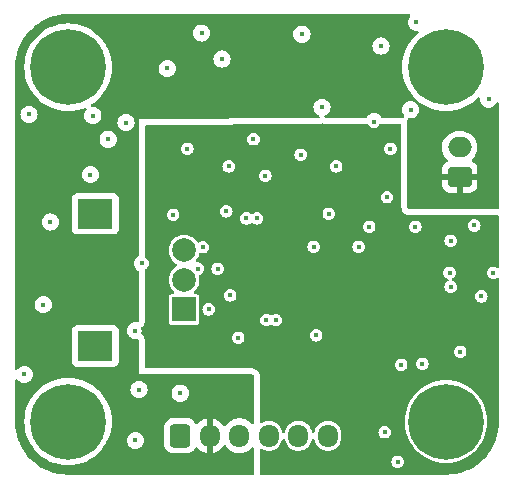
<source format=gbr>
%TF.GenerationSoftware,KiCad,Pcbnew,8.0.8*%
%TF.CreationDate,2025-01-29T06:06:36+01:00*%
%TF.ProjectId,PCB_Gant,5043425f-4761-46e7-942e-6b696361645f,rev?*%
%TF.SameCoordinates,Original*%
%TF.FileFunction,Copper,L3,Inr*%
%TF.FilePolarity,Positive*%
%FSLAX46Y46*%
G04 Gerber Fmt 4.6, Leading zero omitted, Abs format (unit mm)*
G04 Created by KiCad (PCBNEW 8.0.8) date 2025-01-29 06:06:36*
%MOMM*%
%LPD*%
G01*
G04 APERTURE LIST*
G04 Aperture macros list*
%AMRoundRect*
0 Rectangle with rounded corners*
0 $1 Rounding radius*
0 $2 $3 $4 $5 $6 $7 $8 $9 X,Y pos of 4 corners*
0 Add a 4 corners polygon primitive as box body*
4,1,4,$2,$3,$4,$5,$6,$7,$8,$9,$2,$3,0*
0 Add four circle primitives for the rounded corners*
1,1,$1+$1,$2,$3*
1,1,$1+$1,$4,$5*
1,1,$1+$1,$6,$7*
1,1,$1+$1,$8,$9*
0 Add four rect primitives between the rounded corners*
20,1,$1+$1,$2,$3,$4,$5,0*
20,1,$1+$1,$4,$5,$6,$7,0*
20,1,$1+$1,$6,$7,$8,$9,0*
20,1,$1+$1,$8,$9,$2,$3,0*%
G04 Aperture macros list end*
%TA.AperFunction,ComponentPad*%
%ADD10RoundRect,0.250000X0.750000X-0.600000X0.750000X0.600000X-0.750000X0.600000X-0.750000X-0.600000X0*%
%TD*%
%TA.AperFunction,ComponentPad*%
%ADD11O,2.000000X1.700000*%
%TD*%
%TA.AperFunction,ComponentPad*%
%ADD12C,0.800000*%
%TD*%
%TA.AperFunction,ComponentPad*%
%ADD13C,6.400000*%
%TD*%
%TA.AperFunction,ComponentPad*%
%ADD14RoundRect,0.250000X-0.600000X-0.725000X0.600000X-0.725000X0.600000X0.725000X-0.600000X0.725000X0*%
%TD*%
%TA.AperFunction,ComponentPad*%
%ADD15O,1.700000X1.950000*%
%TD*%
%TA.AperFunction,ComponentPad*%
%ADD16R,2.000000X2.000000*%
%TD*%
%TA.AperFunction,ComponentPad*%
%ADD17C,2.000000*%
%TD*%
%TA.AperFunction,ComponentPad*%
%ADD18R,3.000000X2.500000*%
%TD*%
%TA.AperFunction,ViaPad*%
%ADD19C,0.450000*%
%TD*%
G04 APERTURE END LIST*
D10*
%TO.N,+5V*%
%TO.C,J3*%
X133160000Y-79280000D03*
D11*
%TO.N,GND*%
X133160000Y-76780000D03*
%TD*%
D12*
%TO.N,GND*%
%TO.C,H1*%
X97600000Y-100000000D03*
X98302944Y-98302944D03*
X98302944Y-101697056D03*
X100000000Y-97600000D03*
D13*
X100000000Y-100000000D03*
D12*
X100000000Y-102400000D03*
X101697056Y-98302944D03*
X101697056Y-101697056D03*
X102400000Y-100000000D03*
%TD*%
D14*
%TO.N,unconnected-(J2-Pin_1-Pad1)*%
%TO.C,J2*%
X109500000Y-101200000D03*
D15*
%TO.N,+5V*%
X112000000Y-101200000D03*
%TO.N,GND*%
X114500000Y-101200000D03*
%TO.N,UART1_HC05_TX*%
X117000000Y-101200000D03*
%TO.N,UART1_HC05_RX*%
X119500000Y-101200000D03*
%TO.N,unconnected-(J2-Pin_6-Pad6)*%
X122000000Y-101200000D03*
%TD*%
D12*
%TO.N,GND*%
%TO.C,H2*%
X97600000Y-70000000D03*
X98302944Y-68302944D03*
X98302944Y-71697056D03*
X100000000Y-67600000D03*
D13*
X100000000Y-70000000D03*
D12*
X100000000Y-72400000D03*
X101697056Y-68302944D03*
X101697056Y-71697056D03*
X102400000Y-70000000D03*
%TD*%
%TO.N,GND*%
%TO.C,H3*%
X129600000Y-100000000D03*
X130302944Y-98302944D03*
X130302944Y-101697056D03*
X132000000Y-97600000D03*
D13*
X132000000Y-100000000D03*
D12*
X132000000Y-102400000D03*
X133697056Y-98302944D03*
X133697056Y-101697056D03*
X134400000Y-100000000D03*
%TD*%
D16*
%TO.N,CLK*%
%TO.C,SW2*%
X109820000Y-90500000D03*
D17*
%TO.N,DT*%
X109820000Y-85500000D03*
%TO.N,GND*%
X109820000Y-88000000D03*
D18*
%TO.N,N/C*%
X102320000Y-93600000D03*
X102320000Y-82400000D03*
%TD*%
D12*
%TO.N,GND*%
%TO.C,H4*%
X129600000Y-70000000D03*
X130302944Y-68302944D03*
X130302944Y-71697056D03*
X132000000Y-67600000D03*
D13*
X132000000Y-70000000D03*
D12*
X132000000Y-72400000D03*
X133697056Y-68302944D03*
X133697056Y-71697056D03*
X134400000Y-70000000D03*
%TD*%
D19*
%TO.N,GND*%
X119700000Y-77400000D03*
X105700000Y-101600000D03*
X113600000Y-78400000D03*
X126500000Y-68200000D03*
X122700000Y-78400000D03*
X109500000Y-97600000D03*
X127900000Y-103400000D03*
X106000000Y-97300000D03*
X98500000Y-83100000D03*
X128200000Y-95200000D03*
X96300000Y-96000000D03*
X96700000Y-74000000D03*
X115700000Y-76100000D03*
X135000000Y-89400000D03*
X114400000Y-92900000D03*
X119800000Y-67200000D03*
X129000000Y-73600000D03*
X116700000Y-79200000D03*
X121000000Y-92700000D03*
X121500000Y-73400000D03*
X130000000Y-95100000D03*
X101900000Y-79100000D03*
X111900000Y-90500000D03*
X105700000Y-92300000D03*
X126800000Y-100900000D03*
X110100000Y-76900000D03*
X106300000Y-86600000D03*
X111300000Y-67100000D03*
X132300000Y-87400000D03*
X104900000Y-74700000D03*
X129500000Y-66200000D03*
X136000000Y-87400000D03*
X108900000Y-82500000D03*
X134400000Y-83400000D03*
X113720589Y-89320589D03*
X111000000Y-87049725D03*
X102100000Y-74100000D03*
X132400000Y-84700000D03*
X122075000Y-82403822D03*
X127000000Y-81000000D03*
X127300000Y-76900000D03*
X135600000Y-72700000D03*
X132400000Y-88600000D03*
X112660000Y-87070000D03*
X97900000Y-90100000D03*
X108400000Y-70100000D03*
X133200000Y-94100000D03*
%TO.N,+3.3V*%
X110700000Y-78400000D03*
X117880000Y-95200000D03*
X132400000Y-89820000D03*
X126500000Y-78380000D03*
X121396178Y-81725000D03*
X114600000Y-90075000D03*
X112000000Y-84100000D03*
X112700000Y-87900000D03*
%TO.N,NRST*%
X120800000Y-85200000D03*
X124600000Y-85200000D03*
%TO.N,+5V*%
X106750000Y-70570000D03*
X102400000Y-77460000D03*
X123550000Y-70590000D03*
X111000000Y-98400000D03*
%TO.N,UART2_DEBUG_RX*%
X129400000Y-83500000D03*
X115100000Y-82800000D03*
%TO.N,UART2_DEBUG_TX*%
X125500000Y-83500000D03*
X116000000Y-82800000D03*
%TO.N,UART1_HC05_RX*%
X117600000Y-91400000D03*
%TO.N,UART1_HC05_TX*%
X116800000Y-91400000D03*
%TO.N,Net-(U2B-+)*%
X113037500Y-69300000D03*
X103400000Y-76100000D03*
%TO.N,CLK*%
X111423619Y-85236724D03*
%TO.N,GPIO3*%
X113400000Y-82200000D03*
X125900000Y-74600000D03*
%TD*%
%TA.AperFunction,Conductor*%
%TO.N,+3.3V*%
G36*
X121563032Y-74749829D02*
G01*
X121584392Y-74759436D01*
X121621223Y-74776003D01*
X121688374Y-74795304D01*
X121688375Y-74795304D01*
X121688422Y-74795310D01*
X121696460Y-74796443D01*
X121696805Y-74796466D01*
X121830906Y-74814966D01*
X125172793Y-74795853D01*
X125281285Y-74783437D01*
X125294503Y-74780451D01*
X125364232Y-74784877D01*
X125420499Y-74826299D01*
X125436389Y-74853946D01*
X125440976Y-74865018D01*
X125525209Y-74974791D01*
X125634982Y-75059024D01*
X125762817Y-75111974D01*
X125885702Y-75128152D01*
X125899999Y-75130035D01*
X125900000Y-75130035D01*
X125900001Y-75130035D01*
X125912947Y-75128330D01*
X126037183Y-75111974D01*
X126165018Y-75059024D01*
X126274791Y-74974791D01*
X126359024Y-74865018D01*
X126367344Y-74844930D01*
X126411183Y-74790527D01*
X126477477Y-74768461D01*
X126498848Y-74769544D01*
X126629172Y-74787523D01*
X128099792Y-74779111D01*
X128166942Y-74798412D01*
X128212998Y-74850953D01*
X128224500Y-74903109D01*
X128224500Y-76713494D01*
X128224500Y-80035500D01*
X128224500Y-81876000D01*
X128224501Y-81876009D01*
X128236052Y-81983450D01*
X128236054Y-81983462D01*
X128247260Y-82034972D01*
X128281383Y-82137497D01*
X128281386Y-82137503D01*
X128359171Y-82258537D01*
X128359179Y-82258548D01*
X128404923Y-82311340D01*
X128404926Y-82311343D01*
X128404930Y-82311347D01*
X128513664Y-82405567D01*
X128513667Y-82405568D01*
X128513668Y-82405569D01*
X128643833Y-82465015D01*
X128644541Y-82465338D01*
X128711580Y-82485023D01*
X128711584Y-82485024D01*
X128854000Y-82505500D01*
X128854003Y-82505500D01*
X136375500Y-82505500D01*
X136442539Y-82525185D01*
X136488294Y-82577989D01*
X136499500Y-82629500D01*
X136499500Y-86869453D01*
X136479815Y-86936492D01*
X136427011Y-86982247D01*
X136357853Y-86992191D01*
X136300014Y-86967829D01*
X136265018Y-86940976D01*
X136265016Y-86940975D01*
X136137186Y-86888027D01*
X136137184Y-86888026D01*
X136137183Y-86888026D01*
X136045727Y-86875985D01*
X136000001Y-86869965D01*
X135999999Y-86869965D01*
X135931408Y-86878995D01*
X135862817Y-86888026D01*
X135862816Y-86888026D01*
X135862813Y-86888027D01*
X135734985Y-86940974D01*
X135625209Y-87025209D01*
X135540974Y-87134985D01*
X135488027Y-87262813D01*
X135488026Y-87262816D01*
X135488026Y-87262817D01*
X135469965Y-87400000D01*
X135484282Y-87508749D01*
X135488026Y-87537181D01*
X135488027Y-87537186D01*
X135540974Y-87665015D01*
X135540975Y-87665017D01*
X135540976Y-87665018D01*
X135625209Y-87774791D01*
X135734982Y-87859024D01*
X135734983Y-87859024D01*
X135734984Y-87859025D01*
X135757630Y-87868405D01*
X135862817Y-87911974D01*
X135985702Y-87928152D01*
X135999999Y-87930035D01*
X136000000Y-87930035D01*
X136000001Y-87930035D01*
X136012947Y-87928330D01*
X136137183Y-87911974D01*
X136265018Y-87859024D01*
X136300013Y-87832170D01*
X136365182Y-87806976D01*
X136433626Y-87821014D01*
X136483617Y-87869827D01*
X136499500Y-87930546D01*
X136499500Y-99997293D01*
X136499382Y-100002702D01*
X136482614Y-100386750D01*
X136481671Y-100397526D01*
X136431849Y-100775957D01*
X136429971Y-100786610D01*
X136347354Y-101159272D01*
X136344554Y-101169721D01*
X136229775Y-101533755D01*
X136226075Y-101543921D01*
X136080002Y-101896572D01*
X136075430Y-101906376D01*
X135899183Y-102244942D01*
X135893775Y-102254310D01*
X135688681Y-102576244D01*
X135682476Y-102585105D01*
X135450110Y-102887930D01*
X135443156Y-102896217D01*
X135185284Y-103177635D01*
X135177635Y-103185284D01*
X134896217Y-103443156D01*
X134887930Y-103450110D01*
X134585105Y-103682476D01*
X134576244Y-103688681D01*
X134254310Y-103893775D01*
X134244942Y-103899183D01*
X133906376Y-104075430D01*
X133896572Y-104080002D01*
X133543921Y-104226075D01*
X133533755Y-104229775D01*
X133169721Y-104344554D01*
X133159272Y-104347354D01*
X132786610Y-104429971D01*
X132775957Y-104431849D01*
X132397526Y-104481671D01*
X132386750Y-104482614D01*
X132002703Y-104499382D01*
X131997294Y-104499500D01*
X116359500Y-104499500D01*
X116292461Y-104479815D01*
X116246706Y-104427011D01*
X116235500Y-104375500D01*
X116235500Y-103399999D01*
X127369965Y-103399999D01*
X127369965Y-103400000D01*
X127388026Y-103537181D01*
X127388027Y-103537186D01*
X127440974Y-103665015D01*
X127440975Y-103665017D01*
X127440976Y-103665018D01*
X127525209Y-103774791D01*
X127634982Y-103859024D01*
X127762817Y-103911974D01*
X127885702Y-103928152D01*
X127899999Y-103930035D01*
X127900000Y-103930035D01*
X127900001Y-103930035D01*
X127912947Y-103928330D01*
X128037183Y-103911974D01*
X128165018Y-103859024D01*
X128274791Y-103774791D01*
X128359024Y-103665018D01*
X128411974Y-103537183D01*
X128430035Y-103400000D01*
X128411974Y-103262817D01*
X128359024Y-103134983D01*
X128274791Y-103025209D01*
X128274789Y-103025208D01*
X128274789Y-103025207D01*
X128165015Y-102940974D01*
X128037186Y-102888027D01*
X128037184Y-102888026D01*
X128037183Y-102888026D01*
X127945727Y-102875985D01*
X127900001Y-102869965D01*
X127899999Y-102869965D01*
X127831408Y-102878995D01*
X127762817Y-102888026D01*
X127762816Y-102888026D01*
X127762813Y-102888027D01*
X127634985Y-102940974D01*
X127525209Y-103025209D01*
X127440974Y-103134985D01*
X127388027Y-103262813D01*
X127388026Y-103262818D01*
X127369965Y-103399999D01*
X116235500Y-103399999D01*
X116235500Y-102429054D01*
X116255185Y-102362015D01*
X116307989Y-102316260D01*
X116377147Y-102306316D01*
X116415796Y-102318570D01*
X116558355Y-102391209D01*
X116558363Y-102391212D01*
X116640398Y-102417866D01*
X116730591Y-102447171D01*
X116813429Y-102460291D01*
X116909449Y-102475500D01*
X116909454Y-102475500D01*
X117090551Y-102475500D01*
X117177259Y-102461765D01*
X117269409Y-102447171D01*
X117441639Y-102391211D01*
X117602994Y-102308996D01*
X117749501Y-102202553D01*
X117877553Y-102074501D01*
X117983996Y-101927994D01*
X118066211Y-101766639D01*
X118122171Y-101594409D01*
X118127527Y-101560594D01*
X118157456Y-101497459D01*
X118216768Y-101460528D01*
X118286630Y-101461526D01*
X118344863Y-101500136D01*
X118372473Y-101560594D01*
X118377829Y-101594410D01*
X118433787Y-101766636D01*
X118433788Y-101766639D01*
X118516006Y-101927997D01*
X118622441Y-102074494D01*
X118622445Y-102074499D01*
X118750500Y-102202554D01*
X118750505Y-102202558D01*
X118828672Y-102259349D01*
X118897006Y-102308996D01*
X119001061Y-102362015D01*
X119058360Y-102391211D01*
X119058363Y-102391212D01*
X119140398Y-102417866D01*
X119230591Y-102447171D01*
X119313429Y-102460291D01*
X119409449Y-102475500D01*
X119409454Y-102475500D01*
X119590551Y-102475500D01*
X119677259Y-102461765D01*
X119769409Y-102447171D01*
X119941639Y-102391211D01*
X120102994Y-102308996D01*
X120249501Y-102202553D01*
X120377553Y-102074501D01*
X120483996Y-101927994D01*
X120566211Y-101766639D01*
X120622171Y-101594409D01*
X120627527Y-101560594D01*
X120657456Y-101497459D01*
X120716768Y-101460528D01*
X120786630Y-101461526D01*
X120844863Y-101500136D01*
X120872473Y-101560594D01*
X120877829Y-101594410D01*
X120933787Y-101766636D01*
X120933788Y-101766639D01*
X121016006Y-101927997D01*
X121122441Y-102074494D01*
X121122445Y-102074499D01*
X121250500Y-102202554D01*
X121250505Y-102202558D01*
X121328672Y-102259349D01*
X121397006Y-102308996D01*
X121501061Y-102362015D01*
X121558360Y-102391211D01*
X121558363Y-102391212D01*
X121640398Y-102417866D01*
X121730591Y-102447171D01*
X121813429Y-102460291D01*
X121909449Y-102475500D01*
X121909454Y-102475500D01*
X122090551Y-102475500D01*
X122177259Y-102461765D01*
X122269409Y-102447171D01*
X122441639Y-102391211D01*
X122602994Y-102308996D01*
X122749501Y-102202553D01*
X122877553Y-102074501D01*
X122983996Y-101927994D01*
X123066211Y-101766639D01*
X123122171Y-101594409D01*
X123143376Y-101460528D01*
X123150500Y-101415551D01*
X123150500Y-100984448D01*
X123137124Y-100899999D01*
X126269965Y-100899999D01*
X126269965Y-100900000D01*
X126288026Y-101037181D01*
X126288027Y-101037186D01*
X126340974Y-101165015D01*
X126340975Y-101165017D01*
X126340976Y-101165018D01*
X126425209Y-101274791D01*
X126534982Y-101359024D01*
X126662817Y-101411974D01*
X126785702Y-101428152D01*
X126799999Y-101430035D01*
X126800000Y-101430035D01*
X126800001Y-101430035D01*
X126812947Y-101428330D01*
X126937183Y-101411974D01*
X127065018Y-101359024D01*
X127174791Y-101274791D01*
X127259024Y-101165018D01*
X127311974Y-101037183D01*
X127330035Y-100900000D01*
X127311974Y-100762817D01*
X127259024Y-100634983D01*
X127174791Y-100525209D01*
X127174789Y-100525208D01*
X127174789Y-100525207D01*
X127108220Y-100474127D01*
X127065018Y-100440976D01*
X127065017Y-100440975D01*
X127065015Y-100440974D01*
X126937186Y-100388027D01*
X126937184Y-100388026D01*
X126937183Y-100388026D01*
X126845727Y-100375985D01*
X126800001Y-100369965D01*
X126799999Y-100369965D01*
X126731408Y-100378995D01*
X126662817Y-100388026D01*
X126662816Y-100388026D01*
X126662813Y-100388027D01*
X126534985Y-100440974D01*
X126425209Y-100525209D01*
X126340974Y-100634985D01*
X126288027Y-100762813D01*
X126288026Y-100762818D01*
X126269965Y-100899999D01*
X123137124Y-100899999D01*
X123134019Y-100880397D01*
X123122171Y-100805591D01*
X123066211Y-100633361D01*
X123066211Y-100633360D01*
X123011103Y-100525207D01*
X122983996Y-100472006D01*
X122961450Y-100440974D01*
X122877558Y-100325505D01*
X122877554Y-100325500D01*
X122749499Y-100197445D01*
X122749494Y-100197441D01*
X122602997Y-100091006D01*
X122602996Y-100091005D01*
X122602994Y-100091004D01*
X122551300Y-100064664D01*
X122441639Y-100008788D01*
X122441636Y-100008787D01*
X122414589Y-99999999D01*
X128494696Y-99999999D01*
X128494696Y-100000000D01*
X128513898Y-100366405D01*
X128569404Y-100716856D01*
X128571295Y-100728794D01*
X128653927Y-101037181D01*
X128666260Y-101083206D01*
X128797746Y-101425739D01*
X128964320Y-101752656D01*
X129164147Y-102060364D01*
X129279294Y-102202558D01*
X129395051Y-102345506D01*
X129654494Y-102604949D01*
X129654498Y-102604952D01*
X129939635Y-102835852D01*
X130231221Y-103025209D01*
X130247348Y-103035682D01*
X130574264Y-103202255D01*
X130916801Y-103333742D01*
X131271206Y-103428705D01*
X131633596Y-103486102D01*
X131979734Y-103504241D01*
X131999999Y-103505304D01*
X132000000Y-103505304D01*
X132000001Y-103505304D01*
X132019203Y-103504297D01*
X132366404Y-103486102D01*
X132728794Y-103428705D01*
X133083199Y-103333742D01*
X133425736Y-103202255D01*
X133752652Y-103035682D01*
X134060366Y-102835851D01*
X134345506Y-102604949D01*
X134604949Y-102345506D01*
X134835851Y-102060366D01*
X135035682Y-101752652D01*
X135202255Y-101425736D01*
X135333742Y-101083199D01*
X135428705Y-100728794D01*
X135486102Y-100366404D01*
X135505304Y-100000000D01*
X135486102Y-99633596D01*
X135428705Y-99271206D01*
X135333742Y-98916801D01*
X135202255Y-98574264D01*
X135035682Y-98247348D01*
X134835851Y-97939634D01*
X134604949Y-97654494D01*
X134345506Y-97395051D01*
X134060366Y-97164149D01*
X134060364Y-97164147D01*
X133752656Y-96964320D01*
X133425739Y-96797746D01*
X133083206Y-96666260D01*
X133083199Y-96666258D01*
X132728794Y-96571295D01*
X132728790Y-96571294D01*
X132728789Y-96571294D01*
X132366405Y-96513898D01*
X132000001Y-96494696D01*
X131999999Y-96494696D01*
X131633594Y-96513898D01*
X131271211Y-96571294D01*
X131271209Y-96571294D01*
X130916793Y-96666260D01*
X130574260Y-96797746D01*
X130247343Y-96964320D01*
X129939635Y-97164147D01*
X129654498Y-97395047D01*
X129654490Y-97395054D01*
X129395054Y-97654490D01*
X129395047Y-97654498D01*
X129164147Y-97939635D01*
X128964320Y-98247343D01*
X128797746Y-98574260D01*
X128666260Y-98916793D01*
X128571294Y-99271209D01*
X128571294Y-99271211D01*
X128513898Y-99633594D01*
X128494696Y-99999999D01*
X122414589Y-99999999D01*
X122269410Y-99952829D01*
X122090551Y-99924500D01*
X122090546Y-99924500D01*
X121909454Y-99924500D01*
X121909449Y-99924500D01*
X121730589Y-99952829D01*
X121558363Y-100008787D01*
X121558360Y-100008788D01*
X121397002Y-100091006D01*
X121250505Y-100197441D01*
X121250500Y-100197445D01*
X121122445Y-100325500D01*
X121122441Y-100325505D01*
X121016006Y-100472002D01*
X120933788Y-100633360D01*
X120933787Y-100633363D01*
X120877829Y-100805589D01*
X120872473Y-100839406D01*
X120842543Y-100902540D01*
X120783232Y-100939471D01*
X120713369Y-100938473D01*
X120655137Y-100899863D01*
X120627527Y-100839406D01*
X120626083Y-100830291D01*
X120622171Y-100805591D01*
X120566211Y-100633361D01*
X120566211Y-100633360D01*
X120511103Y-100525207D01*
X120483996Y-100472006D01*
X120461450Y-100440974D01*
X120377558Y-100325505D01*
X120377554Y-100325500D01*
X120249499Y-100197445D01*
X120249494Y-100197441D01*
X120102997Y-100091006D01*
X120102996Y-100091005D01*
X120102994Y-100091004D01*
X120051300Y-100064664D01*
X119941639Y-100008788D01*
X119941636Y-100008787D01*
X119769410Y-99952829D01*
X119590551Y-99924500D01*
X119590546Y-99924500D01*
X119409454Y-99924500D01*
X119409449Y-99924500D01*
X119230589Y-99952829D01*
X119058363Y-100008787D01*
X119058360Y-100008788D01*
X118897002Y-100091006D01*
X118750505Y-100197441D01*
X118750500Y-100197445D01*
X118622445Y-100325500D01*
X118622441Y-100325505D01*
X118516006Y-100472002D01*
X118433788Y-100633360D01*
X118433787Y-100633363D01*
X118377829Y-100805589D01*
X118372473Y-100839406D01*
X118342543Y-100902540D01*
X118283232Y-100939471D01*
X118213369Y-100938473D01*
X118155137Y-100899863D01*
X118127527Y-100839406D01*
X118126083Y-100830291D01*
X118122171Y-100805591D01*
X118066211Y-100633361D01*
X118066211Y-100633360D01*
X118011103Y-100525207D01*
X117983996Y-100472006D01*
X117961450Y-100440974D01*
X117877558Y-100325505D01*
X117877554Y-100325500D01*
X117749499Y-100197445D01*
X117749494Y-100197441D01*
X117602997Y-100091006D01*
X117602996Y-100091005D01*
X117602994Y-100091004D01*
X117551300Y-100064664D01*
X117441639Y-100008788D01*
X117441636Y-100008787D01*
X117269410Y-99952829D01*
X117090551Y-99924500D01*
X117090546Y-99924500D01*
X116909454Y-99924500D01*
X116909449Y-99924500D01*
X116730589Y-99952829D01*
X116558363Y-100008787D01*
X116558360Y-100008788D01*
X116415795Y-100081430D01*
X116347126Y-100094326D01*
X116282385Y-100068050D01*
X116242128Y-100010943D01*
X116235500Y-99970945D01*
X116235500Y-96124010D01*
X116235500Y-96124000D01*
X116223947Y-96016544D01*
X116212741Y-95965033D01*
X116212637Y-95964722D01*
X116178616Y-95862502D01*
X116178613Y-95862496D01*
X116100828Y-95741462D01*
X116100825Y-95741457D01*
X116075277Y-95711973D01*
X116055076Y-95688659D01*
X116055072Y-95688656D01*
X116055070Y-95688653D01*
X115946336Y-95594433D01*
X115946333Y-95594431D01*
X115946331Y-95594430D01*
X115815465Y-95534664D01*
X115815460Y-95534662D01*
X115815459Y-95534662D01*
X115748420Y-95514977D01*
X115748422Y-95514977D01*
X115748417Y-95514976D01*
X115700944Y-95508150D01*
X115606000Y-95494500D01*
X115605998Y-95494500D01*
X106629500Y-95494500D01*
X106562461Y-95474815D01*
X106516706Y-95422011D01*
X106505500Y-95370500D01*
X106505500Y-95199999D01*
X127669965Y-95199999D01*
X127669965Y-95200000D01*
X127688026Y-95337181D01*
X127688027Y-95337186D01*
X127740974Y-95465015D01*
X127740975Y-95465017D01*
X127740976Y-95465018D01*
X127825209Y-95574791D01*
X127934982Y-95659024D01*
X128062817Y-95711974D01*
X128185702Y-95728152D01*
X128199999Y-95730035D01*
X128200000Y-95730035D01*
X128200001Y-95730035D01*
X128212947Y-95728330D01*
X128337183Y-95711974D01*
X128465018Y-95659024D01*
X128574791Y-95574791D01*
X128659024Y-95465018D01*
X128711974Y-95337183D01*
X128730035Y-95200000D01*
X128716869Y-95100000D01*
X129469965Y-95100000D01*
X129483130Y-95199999D01*
X129488026Y-95237181D01*
X129488027Y-95237186D01*
X129540974Y-95365015D01*
X129540975Y-95365017D01*
X129540976Y-95365018D01*
X129625209Y-95474791D01*
X129734982Y-95559024D01*
X129862817Y-95611974D01*
X129985702Y-95628152D01*
X129999999Y-95630035D01*
X130000000Y-95630035D01*
X130000001Y-95630035D01*
X130012947Y-95628330D01*
X130137183Y-95611974D01*
X130265018Y-95559024D01*
X130374791Y-95474791D01*
X130459024Y-95365018D01*
X130511974Y-95237183D01*
X130530035Y-95100000D01*
X130511974Y-94962817D01*
X130459024Y-94834983D01*
X130374791Y-94725209D01*
X130374789Y-94725208D01*
X130374789Y-94725207D01*
X130265015Y-94640974D01*
X130137186Y-94588027D01*
X130137184Y-94588026D01*
X130137183Y-94588026D01*
X130045727Y-94575985D01*
X130000001Y-94569965D01*
X129999999Y-94569965D01*
X129931408Y-94578995D01*
X129862817Y-94588026D01*
X129862816Y-94588026D01*
X129862813Y-94588027D01*
X129734985Y-94640974D01*
X129625209Y-94725209D01*
X129540974Y-94834985D01*
X129488027Y-94962813D01*
X129488026Y-94962816D01*
X129488026Y-94962817D01*
X129469965Y-95100000D01*
X128716869Y-95100000D01*
X128711974Y-95062817D01*
X128659024Y-94934983D01*
X128574791Y-94825209D01*
X128574789Y-94825208D01*
X128574789Y-94825207D01*
X128465015Y-94740974D01*
X128337186Y-94688027D01*
X128337184Y-94688026D01*
X128337183Y-94688026D01*
X128245727Y-94675985D01*
X128200001Y-94669965D01*
X128199999Y-94669965D01*
X128131408Y-94678995D01*
X128062817Y-94688026D01*
X128062816Y-94688026D01*
X128062813Y-94688027D01*
X127934985Y-94740974D01*
X127825209Y-94825209D01*
X127740974Y-94934985D01*
X127688027Y-95062813D01*
X127688026Y-95062818D01*
X127669965Y-95199999D01*
X106505500Y-95199999D01*
X106505500Y-94099999D01*
X132669965Y-94099999D01*
X132669965Y-94100000D01*
X132688026Y-94237181D01*
X132688027Y-94237186D01*
X132740974Y-94365015D01*
X132740975Y-94365017D01*
X132740976Y-94365018D01*
X132825209Y-94474791D01*
X132934982Y-94559024D01*
X133062817Y-94611974D01*
X133185702Y-94628152D01*
X133199999Y-94630035D01*
X133200000Y-94630035D01*
X133200001Y-94630035D01*
X133212947Y-94628330D01*
X133337183Y-94611974D01*
X133465018Y-94559024D01*
X133574791Y-94474791D01*
X133659024Y-94365018D01*
X133711974Y-94237183D01*
X133730035Y-94100000D01*
X133711974Y-93962817D01*
X133659024Y-93834983D01*
X133574791Y-93725209D01*
X133574789Y-93725208D01*
X133574789Y-93725207D01*
X133465015Y-93640974D01*
X133337186Y-93588027D01*
X133337184Y-93588026D01*
X133337183Y-93588026D01*
X133245727Y-93575985D01*
X133200001Y-93569965D01*
X133199999Y-93569965D01*
X133131408Y-93578995D01*
X133062817Y-93588026D01*
X133062816Y-93588026D01*
X133062813Y-93588027D01*
X132934985Y-93640974D01*
X132825209Y-93725209D01*
X132740974Y-93834985D01*
X132688027Y-93962813D01*
X132688026Y-93962818D01*
X132669965Y-94099999D01*
X106505500Y-94099999D01*
X106505500Y-93135045D01*
X106505499Y-93135039D01*
X106487148Y-93000075D01*
X106487147Y-93000071D01*
X106469464Y-92936251D01*
X106453904Y-92900000D01*
X113869965Y-92900000D01*
X113883140Y-93000075D01*
X113888026Y-93037181D01*
X113888027Y-93037186D01*
X113940974Y-93165015D01*
X113940975Y-93165017D01*
X113940976Y-93165018D01*
X114025209Y-93274791D01*
X114134982Y-93359024D01*
X114262817Y-93411974D01*
X114385702Y-93428152D01*
X114399999Y-93430035D01*
X114400000Y-93430035D01*
X114400001Y-93430035D01*
X114412947Y-93428330D01*
X114537183Y-93411974D01*
X114665018Y-93359024D01*
X114774791Y-93274791D01*
X114859024Y-93165018D01*
X114911974Y-93037183D01*
X114930035Y-92900000D01*
X114911974Y-92762817D01*
X114885955Y-92700000D01*
X120469965Y-92700000D01*
X120484588Y-92811073D01*
X120488026Y-92837181D01*
X120488027Y-92837186D01*
X120540974Y-92965015D01*
X120540975Y-92965017D01*
X120540976Y-92965018D01*
X120625209Y-93074791D01*
X120734982Y-93159024D01*
X120862817Y-93211974D01*
X120985702Y-93228152D01*
X120999999Y-93230035D01*
X121000000Y-93230035D01*
X121000001Y-93230035D01*
X121012947Y-93228330D01*
X121137183Y-93211974D01*
X121265018Y-93159024D01*
X121374791Y-93074791D01*
X121459024Y-92965018D01*
X121511974Y-92837183D01*
X121530035Y-92700000D01*
X121511974Y-92562817D01*
X121476674Y-92477594D01*
X121459025Y-92434985D01*
X121459024Y-92434984D01*
X121459024Y-92434983D01*
X121374791Y-92325209D01*
X121374789Y-92325208D01*
X121374789Y-92325207D01*
X121265015Y-92240974D01*
X121137186Y-92188027D01*
X121137184Y-92188026D01*
X121137183Y-92188026D01*
X121045727Y-92175985D01*
X121000001Y-92169965D01*
X120999999Y-92169965D01*
X120931408Y-92178995D01*
X120862817Y-92188026D01*
X120862816Y-92188026D01*
X120862813Y-92188027D01*
X120734985Y-92240974D01*
X120625209Y-92325209D01*
X120540974Y-92434985D01*
X120488027Y-92562813D01*
X120488026Y-92562816D01*
X120488026Y-92562817D01*
X120469965Y-92700000D01*
X114885955Y-92700000D01*
X114859024Y-92634983D01*
X114774791Y-92525209D01*
X114774789Y-92525208D01*
X114774789Y-92525207D01*
X114665015Y-92440974D01*
X114537186Y-92388027D01*
X114537184Y-92388026D01*
X114537183Y-92388026D01*
X114445727Y-92375985D01*
X114400001Y-92369965D01*
X114399999Y-92369965D01*
X114331408Y-92378995D01*
X114262817Y-92388026D01*
X114262816Y-92388026D01*
X114262813Y-92388027D01*
X114134985Y-92440974D01*
X114025209Y-92525209D01*
X113940974Y-92634985D01*
X113888027Y-92762813D01*
X113888026Y-92762816D01*
X113888026Y-92762817D01*
X113869965Y-92900000D01*
X106453904Y-92900000D01*
X106426942Y-92837186D01*
X106415732Y-92811070D01*
X106324881Y-92699501D01*
X106324880Y-92699500D01*
X106273503Y-92652153D01*
X106266670Y-92647437D01*
X106266426Y-92647293D01*
X106239079Y-92628512D01*
X106194961Y-92574333D01*
X106187137Y-92504903D01*
X106194713Y-92478854D01*
X106211974Y-92437183D01*
X106230035Y-92300000D01*
X106211974Y-92162817D01*
X106195000Y-92121839D01*
X106187532Y-92052373D01*
X106218807Y-91989894D01*
X106242517Y-91970077D01*
X106258543Y-91959779D01*
X106311347Y-91914024D01*
X106405567Y-91805290D01*
X106465338Y-91674413D01*
X106485023Y-91607374D01*
X106485024Y-91607370D01*
X106505500Y-91464954D01*
X106505500Y-87336861D01*
X106493393Y-87226892D01*
X106487855Y-87202045D01*
X106492483Y-87132330D01*
X106534068Y-87076183D01*
X106561435Y-87060507D01*
X106565018Y-87059024D01*
X106674791Y-86974791D01*
X106759024Y-86865018D01*
X106811974Y-86737183D01*
X106830035Y-86600000D01*
X106828810Y-86590699D01*
X106822131Y-86539965D01*
X106811974Y-86462817D01*
X106760746Y-86339141D01*
X106759025Y-86334985D01*
X106759024Y-86334984D01*
X106759024Y-86334983D01*
X106674791Y-86225209D01*
X106674789Y-86225208D01*
X106674789Y-86225207D01*
X106565015Y-86140974D01*
X106560135Y-86138953D01*
X106505732Y-86095111D01*
X106483669Y-86028816D01*
X106484852Y-86006746D01*
X106485023Y-86005558D01*
X106485024Y-86005554D01*
X106505500Y-85863138D01*
X106505500Y-85499998D01*
X108514532Y-85499998D01*
X108514532Y-85500001D01*
X108534364Y-85726686D01*
X108534366Y-85726697D01*
X108593258Y-85946488D01*
X108593261Y-85946497D01*
X108689431Y-86152732D01*
X108689432Y-86152734D01*
X108819954Y-86339141D01*
X108980858Y-86500045D01*
X108980861Y-86500047D01*
X109167266Y-86630568D01*
X109182387Y-86637619D01*
X109234825Y-86683791D01*
X109253976Y-86750985D01*
X109233760Y-86817866D01*
X109182387Y-86862380D01*
X109167266Y-86869432D01*
X109167264Y-86869433D01*
X108980858Y-86999954D01*
X108819954Y-87160858D01*
X108689432Y-87347265D01*
X108689431Y-87347267D01*
X108593261Y-87553502D01*
X108593258Y-87553511D01*
X108534366Y-87773302D01*
X108534364Y-87773313D01*
X108514532Y-87999998D01*
X108514532Y-88000001D01*
X108534364Y-88226686D01*
X108534366Y-88226697D01*
X108593258Y-88446488D01*
X108593261Y-88446497D01*
X108689431Y-88652732D01*
X108689432Y-88652734D01*
X108819954Y-88839141D01*
X108968632Y-88987819D01*
X109002117Y-89049142D01*
X108997133Y-89118834D01*
X108955261Y-89174767D01*
X108889797Y-89199184D01*
X108880952Y-89199500D01*
X108775144Y-89199500D01*
X108775117Y-89199502D01*
X108750012Y-89202413D01*
X108750008Y-89202415D01*
X108647235Y-89247793D01*
X108567794Y-89327234D01*
X108522415Y-89430006D01*
X108522415Y-89430008D01*
X108519500Y-89455131D01*
X108519500Y-91544856D01*
X108519502Y-91544882D01*
X108522413Y-91569987D01*
X108522415Y-91569991D01*
X108567793Y-91672764D01*
X108567794Y-91672765D01*
X108647235Y-91752206D01*
X108750009Y-91797585D01*
X108775135Y-91800500D01*
X110864864Y-91800499D01*
X110864879Y-91800497D01*
X110864882Y-91800497D01*
X110889987Y-91797586D01*
X110889988Y-91797585D01*
X110889991Y-91797585D01*
X110992765Y-91752206D01*
X111072206Y-91672765D01*
X111117585Y-91569991D01*
X111120500Y-91544865D01*
X111120500Y-91399999D01*
X116269965Y-91399999D01*
X116269965Y-91400000D01*
X116288026Y-91537181D01*
X116288027Y-91537186D01*
X116340974Y-91665015D01*
X116340975Y-91665017D01*
X116340976Y-91665018D01*
X116425209Y-91774791D01*
X116534982Y-91859024D01*
X116662817Y-91911974D01*
X116785702Y-91928152D01*
X116799999Y-91930035D01*
X116800000Y-91930035D01*
X116800001Y-91930035D01*
X116812947Y-91928330D01*
X116937183Y-91911974D01*
X117065018Y-91859024D01*
X117124514Y-91813369D01*
X117189681Y-91788176D01*
X117258126Y-91802214D01*
X117275480Y-91813365D01*
X117334982Y-91859024D01*
X117462817Y-91911974D01*
X117585702Y-91928152D01*
X117599999Y-91930035D01*
X117600000Y-91930035D01*
X117600001Y-91930035D01*
X117612947Y-91928330D01*
X117737183Y-91911974D01*
X117865018Y-91859024D01*
X117974791Y-91774791D01*
X118059024Y-91665018D01*
X118111974Y-91537183D01*
X118130035Y-91400000D01*
X118111974Y-91262817D01*
X118059024Y-91134983D01*
X117974791Y-91025209D01*
X117974789Y-91025208D01*
X117974789Y-91025207D01*
X117908220Y-90974127D01*
X117865018Y-90940976D01*
X117865017Y-90940975D01*
X117865015Y-90940974D01*
X117737186Y-90888027D01*
X117737184Y-90888026D01*
X117737183Y-90888026D01*
X117636656Y-90874791D01*
X117600001Y-90869965D01*
X117599999Y-90869965D01*
X117531408Y-90878995D01*
X117462817Y-90888026D01*
X117462816Y-90888026D01*
X117462813Y-90888027D01*
X117334984Y-90940974D01*
X117334982Y-90940976D01*
X117275486Y-90986629D01*
X117210317Y-91011823D01*
X117141872Y-90997784D01*
X117124513Y-90986629D01*
X117065018Y-90940976D01*
X117065017Y-90940975D01*
X117065015Y-90940974D01*
X116937186Y-90888027D01*
X116937184Y-90888026D01*
X116937183Y-90888026D01*
X116836656Y-90874791D01*
X116800001Y-90869965D01*
X116799999Y-90869965D01*
X116731408Y-90878995D01*
X116662817Y-90888026D01*
X116662816Y-90888026D01*
X116662813Y-90888027D01*
X116534985Y-90940974D01*
X116425209Y-91025209D01*
X116340974Y-91134985D01*
X116288027Y-91262813D01*
X116288026Y-91262818D01*
X116269965Y-91399999D01*
X111120500Y-91399999D01*
X111120499Y-90499999D01*
X111369965Y-90499999D01*
X111369965Y-90500000D01*
X111388026Y-90637181D01*
X111388027Y-90637186D01*
X111440974Y-90765015D01*
X111440975Y-90765017D01*
X111440976Y-90765018D01*
X111525209Y-90874791D01*
X111634982Y-90959024D01*
X111762817Y-91011974D01*
X111885702Y-91028152D01*
X111899999Y-91030035D01*
X111900000Y-91030035D01*
X111900001Y-91030035D01*
X111912947Y-91028330D01*
X112037183Y-91011974D01*
X112165018Y-90959024D01*
X112274791Y-90874791D01*
X112359024Y-90765018D01*
X112411974Y-90637183D01*
X112430035Y-90500000D01*
X112411974Y-90362817D01*
X112359024Y-90234983D01*
X112274791Y-90125209D01*
X112274789Y-90125208D01*
X112274789Y-90125207D01*
X112165015Y-90040974D01*
X112037186Y-89988027D01*
X112037184Y-89988026D01*
X112037183Y-89988026D01*
X111945727Y-89975985D01*
X111900001Y-89969965D01*
X111899999Y-89969965D01*
X111831408Y-89978995D01*
X111762817Y-89988026D01*
X111762816Y-89988026D01*
X111762813Y-89988027D01*
X111634985Y-90040974D01*
X111525209Y-90125209D01*
X111440974Y-90234985D01*
X111388027Y-90362813D01*
X111388026Y-90362818D01*
X111369965Y-90499999D01*
X111120499Y-90499999D01*
X111120499Y-89455136D01*
X111120497Y-89455117D01*
X111117586Y-89430012D01*
X111117585Y-89430010D01*
X111117585Y-89430009D01*
X111072206Y-89327235D01*
X111065560Y-89320589D01*
X113190554Y-89320589D01*
X113208267Y-89455131D01*
X113208615Y-89457770D01*
X113208616Y-89457775D01*
X113261563Y-89585604D01*
X113261564Y-89585606D01*
X113261565Y-89585607D01*
X113345798Y-89695380D01*
X113455571Y-89779613D01*
X113583406Y-89832563D01*
X113706291Y-89848741D01*
X113720588Y-89850624D01*
X113720589Y-89850624D01*
X113720590Y-89850624D01*
X113733536Y-89848919D01*
X113857772Y-89832563D01*
X113985607Y-89779613D01*
X114095380Y-89695380D01*
X114179613Y-89585607D01*
X114232563Y-89457772D01*
X114240169Y-89400000D01*
X134469965Y-89400000D01*
X134477571Y-89457775D01*
X134488026Y-89537181D01*
X134488027Y-89537186D01*
X134540974Y-89665015D01*
X134540975Y-89665017D01*
X134540976Y-89665018D01*
X134625209Y-89774791D01*
X134734982Y-89859024D01*
X134862817Y-89911974D01*
X134985702Y-89928152D01*
X134999999Y-89930035D01*
X135000000Y-89930035D01*
X135000001Y-89930035D01*
X135012947Y-89928330D01*
X135137183Y-89911974D01*
X135265018Y-89859024D01*
X135374791Y-89774791D01*
X135459024Y-89665018D01*
X135511974Y-89537183D01*
X135530035Y-89400000D01*
X135511974Y-89262817D01*
X135459024Y-89134983D01*
X135374791Y-89025209D01*
X135374789Y-89025208D01*
X135374789Y-89025207D01*
X135265015Y-88940974D01*
X135137186Y-88888027D01*
X135137184Y-88888026D01*
X135137183Y-88888026D01*
X135045727Y-88875985D01*
X135000001Y-88869965D01*
X134999999Y-88869965D01*
X134931408Y-88878995D01*
X134862817Y-88888026D01*
X134862816Y-88888026D01*
X134862813Y-88888027D01*
X134734985Y-88940974D01*
X134625209Y-89025209D01*
X134540974Y-89134985D01*
X134488027Y-89262813D01*
X134488026Y-89262816D01*
X134488026Y-89262817D01*
X134469965Y-89400000D01*
X114240169Y-89400000D01*
X114250624Y-89320589D01*
X114232563Y-89183406D01*
X114179613Y-89055572D01*
X114095380Y-88945798D01*
X114095378Y-88945797D01*
X114095378Y-88945796D01*
X113985604Y-88861563D01*
X113857775Y-88808616D01*
X113857773Y-88808615D01*
X113857772Y-88808615D01*
X113766316Y-88796574D01*
X113720590Y-88790554D01*
X113720588Y-88790554D01*
X113651997Y-88799584D01*
X113583406Y-88808615D01*
X113583405Y-88808615D01*
X113583402Y-88808616D01*
X113455574Y-88861563D01*
X113345798Y-88945798D01*
X113261563Y-89055574D01*
X113208616Y-89183402D01*
X113208615Y-89183405D01*
X113208615Y-89183406D01*
X113190554Y-89320589D01*
X111065560Y-89320589D01*
X110992765Y-89247794D01*
X110992763Y-89247793D01*
X110889992Y-89202415D01*
X110864868Y-89199500D01*
X110864865Y-89199500D01*
X110759049Y-89199500D01*
X110692010Y-89179815D01*
X110646255Y-89127011D01*
X110636311Y-89057853D01*
X110665336Y-88994297D01*
X110671368Y-88987819D01*
X110820045Y-88839141D01*
X110820047Y-88839139D01*
X110950568Y-88652734D01*
X111046739Y-88446496D01*
X111105635Y-88226692D01*
X111125468Y-88000000D01*
X111105635Y-87773308D01*
X111085895Y-87699638D01*
X111087558Y-87629792D01*
X111126720Y-87571929D01*
X111158211Y-87552988D01*
X111265018Y-87508749D01*
X111374791Y-87424516D01*
X111459024Y-87314743D01*
X111511974Y-87186908D01*
X111527366Y-87070000D01*
X112129965Y-87070000D01*
X112145356Y-87186906D01*
X112148026Y-87207181D01*
X112148027Y-87207186D01*
X112200974Y-87335015D01*
X112200975Y-87335017D01*
X112200976Y-87335018D01*
X112285209Y-87444791D01*
X112394982Y-87529024D01*
X112522817Y-87581974D01*
X112645702Y-87598152D01*
X112659999Y-87600035D01*
X112660000Y-87600035D01*
X112660001Y-87600035D01*
X112672947Y-87598330D01*
X112797183Y-87581974D01*
X112925018Y-87529024D01*
X113034791Y-87444791D01*
X113069161Y-87400000D01*
X131769965Y-87400000D01*
X131784282Y-87508749D01*
X131788026Y-87537181D01*
X131788027Y-87537186D01*
X131840974Y-87665015D01*
X131840975Y-87665017D01*
X131840976Y-87665018D01*
X131925209Y-87774791D01*
X132034982Y-87859024D01*
X132034983Y-87859024D01*
X132034984Y-87859025D01*
X132148754Y-87906149D01*
X132203158Y-87949989D01*
X132225223Y-88016283D01*
X132207944Y-88083983D01*
X132156807Y-88131593D01*
X132148757Y-88135270D01*
X132134985Y-88140974D01*
X132025209Y-88225209D01*
X131940974Y-88334985D01*
X131888027Y-88462813D01*
X131888026Y-88462816D01*
X131888026Y-88462817D01*
X131869965Y-88600000D01*
X131876907Y-88652732D01*
X131888026Y-88737181D01*
X131888027Y-88737186D01*
X131940974Y-88865015D01*
X131940975Y-88865017D01*
X131940976Y-88865018D01*
X132025209Y-88974791D01*
X132134982Y-89059024D01*
X132262817Y-89111974D01*
X132385702Y-89128152D01*
X132399999Y-89130035D01*
X132400000Y-89130035D01*
X132400001Y-89130035D01*
X132412947Y-89128330D01*
X132537183Y-89111974D01*
X132665018Y-89059024D01*
X132774791Y-88974791D01*
X132859024Y-88865018D01*
X132911974Y-88737183D01*
X132930035Y-88600000D01*
X132911974Y-88462817D01*
X132859024Y-88334983D01*
X132774791Y-88225209D01*
X132774789Y-88225208D01*
X132774789Y-88225207D01*
X132665015Y-88140974D01*
X132551245Y-88093850D01*
X132496841Y-88050009D01*
X132474776Y-87983715D01*
X132492055Y-87916016D01*
X132543192Y-87868405D01*
X132551207Y-87864744D01*
X132565018Y-87859024D01*
X132674791Y-87774791D01*
X132759024Y-87665018D01*
X132811974Y-87537183D01*
X132830035Y-87400000D01*
X132811974Y-87262817D01*
X132759024Y-87134983D01*
X132674791Y-87025209D01*
X132674789Y-87025208D01*
X132674789Y-87025207D01*
X132565015Y-86940974D01*
X132437186Y-86888027D01*
X132437184Y-86888026D01*
X132437183Y-86888026D01*
X132345727Y-86875985D01*
X132300001Y-86869965D01*
X132299999Y-86869965D01*
X132231408Y-86878995D01*
X132162817Y-86888026D01*
X132162816Y-86888026D01*
X132162813Y-86888027D01*
X132034985Y-86940974D01*
X131925209Y-87025209D01*
X131840974Y-87134985D01*
X131788027Y-87262813D01*
X131788026Y-87262816D01*
X131788026Y-87262817D01*
X131769965Y-87400000D01*
X113069161Y-87400000D01*
X113119024Y-87335018D01*
X113171974Y-87207183D01*
X113190035Y-87070000D01*
X113171974Y-86932817D01*
X113119024Y-86804983D01*
X113034791Y-86695209D01*
X113034789Y-86695208D01*
X113034789Y-86695207D01*
X112925015Y-86610974D01*
X112797186Y-86558027D01*
X112797184Y-86558026D01*
X112797183Y-86558026D01*
X112705727Y-86545985D01*
X112660001Y-86539965D01*
X112659999Y-86539965D01*
X112591408Y-86548995D01*
X112522817Y-86558026D01*
X112522816Y-86558026D01*
X112522813Y-86558027D01*
X112394985Y-86610974D01*
X112285209Y-86695209D01*
X112200974Y-86804985D01*
X112148027Y-86932813D01*
X112148026Y-86932816D01*
X112148026Y-86932817D01*
X112129965Y-87070000D01*
X111527366Y-87070000D01*
X111530035Y-87049725D01*
X111511974Y-86912542D01*
X111459024Y-86784708D01*
X111374791Y-86674934D01*
X111374789Y-86674933D01*
X111374789Y-86674932D01*
X111308220Y-86623852D01*
X111265018Y-86590701D01*
X111265017Y-86590700D01*
X111265015Y-86590699D01*
X111137186Y-86537752D01*
X111137184Y-86537751D01*
X111137183Y-86537751D01*
X111045727Y-86525710D01*
X111000001Y-86519690D01*
X110999998Y-86519690D01*
X110941913Y-86527337D01*
X110872878Y-86516571D01*
X110820622Y-86470191D01*
X110801737Y-86402922D01*
X110822218Y-86336122D01*
X110824153Y-86333275D01*
X110826669Y-86329681D01*
X110950568Y-86152734D01*
X111046739Y-85946496D01*
X111081794Y-85815666D01*
X111118157Y-85756008D01*
X111181004Y-85725478D01*
X111249019Y-85733199D01*
X111286436Y-85748698D01*
X111409321Y-85764876D01*
X111423618Y-85766759D01*
X111423619Y-85766759D01*
X111423620Y-85766759D01*
X111436566Y-85765054D01*
X111560802Y-85748698D01*
X111688637Y-85695748D01*
X111798410Y-85611515D01*
X111882643Y-85501742D01*
X111935593Y-85373907D01*
X111953654Y-85236724D01*
X111948819Y-85200000D01*
X120269965Y-85200000D01*
X120279616Y-85273308D01*
X120288026Y-85337181D01*
X120288027Y-85337186D01*
X120340974Y-85465015D01*
X120340975Y-85465017D01*
X120340976Y-85465018D01*
X120425209Y-85574791D01*
X120534982Y-85659024D01*
X120662817Y-85711974D01*
X120785702Y-85728152D01*
X120799999Y-85730035D01*
X120800000Y-85730035D01*
X120800001Y-85730035D01*
X120812947Y-85728330D01*
X120937183Y-85711974D01*
X121065018Y-85659024D01*
X121174791Y-85574791D01*
X121259024Y-85465018D01*
X121311974Y-85337183D01*
X121330035Y-85200000D01*
X124069965Y-85200000D01*
X124079616Y-85273308D01*
X124088026Y-85337181D01*
X124088027Y-85337186D01*
X124140974Y-85465015D01*
X124140975Y-85465017D01*
X124140976Y-85465018D01*
X124225209Y-85574791D01*
X124334982Y-85659024D01*
X124462817Y-85711974D01*
X124585702Y-85728152D01*
X124599999Y-85730035D01*
X124600000Y-85730035D01*
X124600001Y-85730035D01*
X124612947Y-85728330D01*
X124737183Y-85711974D01*
X124865018Y-85659024D01*
X124974791Y-85574791D01*
X125059024Y-85465018D01*
X125111974Y-85337183D01*
X125130035Y-85200000D01*
X125111974Y-85062817D01*
X125071464Y-84965015D01*
X125059025Y-84934985D01*
X125059024Y-84934984D01*
X125059024Y-84934983D01*
X124974791Y-84825209D01*
X124974789Y-84825208D01*
X124974789Y-84825207D01*
X124865015Y-84740974D01*
X124766092Y-84700000D01*
X131869965Y-84700000D01*
X131886449Y-84825207D01*
X131888026Y-84837181D01*
X131888027Y-84837186D01*
X131940974Y-84965015D01*
X131940975Y-84965017D01*
X131940976Y-84965018D01*
X132025209Y-85074791D01*
X132134982Y-85159024D01*
X132262817Y-85211974D01*
X132385702Y-85228152D01*
X132399999Y-85230035D01*
X132400000Y-85230035D01*
X132400001Y-85230035D01*
X132412947Y-85228330D01*
X132537183Y-85211974D01*
X132665018Y-85159024D01*
X132774791Y-85074791D01*
X132859024Y-84965018D01*
X132911974Y-84837183D01*
X132930035Y-84700000D01*
X132911974Y-84562817D01*
X132859024Y-84434983D01*
X132774791Y-84325209D01*
X132774789Y-84325208D01*
X132774789Y-84325207D01*
X132665015Y-84240974D01*
X132537186Y-84188027D01*
X132537184Y-84188026D01*
X132537183Y-84188026D01*
X132445727Y-84175985D01*
X132400001Y-84169965D01*
X132399999Y-84169965D01*
X132331408Y-84178995D01*
X132262817Y-84188026D01*
X132262816Y-84188026D01*
X132262813Y-84188027D01*
X132134985Y-84240974D01*
X132025209Y-84325209D01*
X131940974Y-84434985D01*
X131888027Y-84562813D01*
X131888026Y-84562816D01*
X131888026Y-84562817D01*
X131869965Y-84700000D01*
X124766092Y-84700000D01*
X124737186Y-84688027D01*
X124737184Y-84688026D01*
X124737183Y-84688026D01*
X124645727Y-84675985D01*
X124600001Y-84669965D01*
X124599999Y-84669965D01*
X124531408Y-84678995D01*
X124462817Y-84688026D01*
X124462816Y-84688026D01*
X124462813Y-84688027D01*
X124334985Y-84740974D01*
X124225209Y-84825209D01*
X124140974Y-84934985D01*
X124088027Y-85062813D01*
X124088026Y-85062816D01*
X124088026Y-85062817D01*
X124069965Y-85200000D01*
X121330035Y-85200000D01*
X121311974Y-85062817D01*
X121271464Y-84965015D01*
X121259025Y-84934985D01*
X121259024Y-84934984D01*
X121259024Y-84934983D01*
X121174791Y-84825209D01*
X121174789Y-84825208D01*
X121174789Y-84825207D01*
X121065015Y-84740974D01*
X120937186Y-84688027D01*
X120937184Y-84688026D01*
X120937183Y-84688026D01*
X120845727Y-84675985D01*
X120800001Y-84669965D01*
X120799999Y-84669965D01*
X120731408Y-84678995D01*
X120662817Y-84688026D01*
X120662816Y-84688026D01*
X120662813Y-84688027D01*
X120534985Y-84740974D01*
X120425209Y-84825209D01*
X120340974Y-84934985D01*
X120288027Y-85062813D01*
X120288026Y-85062816D01*
X120288026Y-85062817D01*
X120269965Y-85200000D01*
X111948819Y-85200000D01*
X111935593Y-85099541D01*
X111882643Y-84971707D01*
X111798410Y-84861933D01*
X111798408Y-84861932D01*
X111798408Y-84861931D01*
X111688634Y-84777698D01*
X111560805Y-84724751D01*
X111560803Y-84724750D01*
X111560802Y-84724750D01*
X111469346Y-84712709D01*
X111423620Y-84706689D01*
X111423618Y-84706689D01*
X111355027Y-84715719D01*
X111286436Y-84724750D01*
X111286435Y-84724750D01*
X111286432Y-84724751D01*
X111158603Y-84777698D01*
X111158601Y-84777700D01*
X111094355Y-84826998D01*
X111029186Y-84852192D01*
X110960741Y-84838153D01*
X110917294Y-84799745D01*
X110820045Y-84660858D01*
X110659141Y-84499954D01*
X110472734Y-84369432D01*
X110472732Y-84369431D01*
X110266497Y-84273261D01*
X110266488Y-84273258D01*
X110046697Y-84214366D01*
X110046693Y-84214365D01*
X110046692Y-84214365D01*
X110046691Y-84214364D01*
X110046686Y-84214364D01*
X109820002Y-84194532D01*
X109819998Y-84194532D01*
X109593313Y-84214364D01*
X109593302Y-84214366D01*
X109373511Y-84273258D01*
X109373502Y-84273261D01*
X109167267Y-84369431D01*
X109167265Y-84369432D01*
X108980858Y-84499954D01*
X108819954Y-84660858D01*
X108689432Y-84847265D01*
X108689431Y-84847267D01*
X108593261Y-85053502D01*
X108593258Y-85053511D01*
X108534366Y-85273302D01*
X108534364Y-85273313D01*
X108514532Y-85499998D01*
X106505500Y-85499998D01*
X106505500Y-83499999D01*
X124969965Y-83499999D01*
X124969965Y-83500000D01*
X124988026Y-83637181D01*
X124988027Y-83637186D01*
X125040974Y-83765015D01*
X125040975Y-83765017D01*
X125040976Y-83765018D01*
X125125209Y-83874791D01*
X125234982Y-83959024D01*
X125362817Y-84011974D01*
X125485702Y-84028152D01*
X125499999Y-84030035D01*
X125500000Y-84030035D01*
X125500001Y-84030035D01*
X125512947Y-84028330D01*
X125637183Y-84011974D01*
X125765018Y-83959024D01*
X125874791Y-83874791D01*
X125959024Y-83765018D01*
X126011974Y-83637183D01*
X126030035Y-83500000D01*
X126030035Y-83499999D01*
X128869965Y-83499999D01*
X128869965Y-83500000D01*
X128888026Y-83637181D01*
X128888027Y-83637186D01*
X128940974Y-83765015D01*
X128940975Y-83765017D01*
X128940976Y-83765018D01*
X129025209Y-83874791D01*
X129134982Y-83959024D01*
X129262817Y-84011974D01*
X129385702Y-84028152D01*
X129399999Y-84030035D01*
X129400000Y-84030035D01*
X129400001Y-84030035D01*
X129412947Y-84028330D01*
X129537183Y-84011974D01*
X129665018Y-83959024D01*
X129774791Y-83874791D01*
X129859024Y-83765018D01*
X129911974Y-83637183D01*
X129930035Y-83500000D01*
X129916869Y-83400000D01*
X133869965Y-83400000D01*
X133883130Y-83499999D01*
X133888026Y-83537181D01*
X133888027Y-83537186D01*
X133940974Y-83665015D01*
X133940975Y-83665017D01*
X133940976Y-83665018D01*
X134025209Y-83774791D01*
X134134982Y-83859024D01*
X134262817Y-83911974D01*
X134385702Y-83928152D01*
X134399999Y-83930035D01*
X134400000Y-83930035D01*
X134400001Y-83930035D01*
X134412947Y-83928330D01*
X134537183Y-83911974D01*
X134665018Y-83859024D01*
X134774791Y-83774791D01*
X134859024Y-83665018D01*
X134911974Y-83537183D01*
X134930035Y-83400000D01*
X134911974Y-83262817D01*
X134870980Y-83163848D01*
X134859025Y-83134985D01*
X134859024Y-83134984D01*
X134859024Y-83134983D01*
X134774791Y-83025209D01*
X134774789Y-83025208D01*
X134774789Y-83025207D01*
X134702797Y-82969965D01*
X134665018Y-82940976D01*
X134665017Y-82940975D01*
X134665015Y-82940974D01*
X134537186Y-82888027D01*
X134537184Y-82888026D01*
X134537183Y-82888026D01*
X134436656Y-82874791D01*
X134400001Y-82869965D01*
X134399999Y-82869965D01*
X134331408Y-82878995D01*
X134262817Y-82888026D01*
X134262816Y-82888026D01*
X134262813Y-82888027D01*
X134134985Y-82940974D01*
X134025209Y-83025209D01*
X133940974Y-83134985D01*
X133888027Y-83262813D01*
X133888026Y-83262816D01*
X133888026Y-83262817D01*
X133869965Y-83400000D01*
X129916869Y-83400000D01*
X129911974Y-83362817D01*
X129859024Y-83234983D01*
X129774791Y-83125209D01*
X129774789Y-83125208D01*
X129774789Y-83125207D01*
X129665015Y-83040974D01*
X129537186Y-82988027D01*
X129537184Y-82988026D01*
X129537183Y-82988026D01*
X129445727Y-82975985D01*
X129400001Y-82969965D01*
X129399999Y-82969965D01*
X129331408Y-82978995D01*
X129262817Y-82988026D01*
X129262816Y-82988026D01*
X129262813Y-82988027D01*
X129134985Y-83040974D01*
X129025209Y-83125209D01*
X128940974Y-83234985D01*
X128888027Y-83362813D01*
X128888026Y-83362818D01*
X128869965Y-83499999D01*
X126030035Y-83499999D01*
X126011974Y-83362817D01*
X125959024Y-83234983D01*
X125874791Y-83125209D01*
X125874789Y-83125208D01*
X125874789Y-83125207D01*
X125765015Y-83040974D01*
X125637186Y-82988027D01*
X125637184Y-82988026D01*
X125637183Y-82988026D01*
X125545727Y-82975985D01*
X125500001Y-82969965D01*
X125499999Y-82969965D01*
X125431408Y-82978995D01*
X125362817Y-82988026D01*
X125362816Y-82988026D01*
X125362813Y-82988027D01*
X125234985Y-83040974D01*
X125125209Y-83125209D01*
X125040974Y-83234985D01*
X124988027Y-83362813D01*
X124988026Y-83362818D01*
X124969965Y-83499999D01*
X106505500Y-83499999D01*
X106505500Y-82500000D01*
X108369965Y-82500000D01*
X108387014Y-82629500D01*
X108388026Y-82637181D01*
X108388027Y-82637186D01*
X108440974Y-82765015D01*
X108440975Y-82765017D01*
X108440976Y-82765018D01*
X108525209Y-82874791D01*
X108634982Y-82959024D01*
X108762817Y-83011974D01*
X108885702Y-83028152D01*
X108899999Y-83030035D01*
X108900000Y-83030035D01*
X108900001Y-83030035D01*
X108912947Y-83028330D01*
X109037183Y-83011974D01*
X109165018Y-82959024D01*
X109274791Y-82874791D01*
X109332182Y-82799999D01*
X114569965Y-82799999D01*
X114569965Y-82800000D01*
X114588026Y-82937181D01*
X114588027Y-82937186D01*
X114640974Y-83065015D01*
X114640975Y-83065017D01*
X114640976Y-83065018D01*
X114725209Y-83174791D01*
X114834982Y-83259024D01*
X114834983Y-83259024D01*
X114834984Y-83259025D01*
X114877593Y-83276674D01*
X114962817Y-83311974D01*
X115085702Y-83328152D01*
X115099999Y-83330035D01*
X115100000Y-83330035D01*
X115100001Y-83330035D01*
X115112947Y-83328330D01*
X115237183Y-83311974D01*
X115365018Y-83259024D01*
X115396348Y-83234983D01*
X115474513Y-83175005D01*
X115539682Y-83149810D01*
X115608127Y-83163848D01*
X115625487Y-83175005D01*
X115734980Y-83259023D01*
X115734981Y-83259023D01*
X115734982Y-83259024D01*
X115862817Y-83311974D01*
X115985702Y-83328152D01*
X115999999Y-83330035D01*
X116000000Y-83330035D01*
X116000001Y-83330035D01*
X116012947Y-83328330D01*
X116137183Y-83311974D01*
X116265018Y-83259024D01*
X116374791Y-83174791D01*
X116459024Y-83065018D01*
X116511974Y-82937183D01*
X116530035Y-82800000D01*
X116511974Y-82662817D01*
X116461520Y-82541008D01*
X116459025Y-82534985D01*
X116459024Y-82534984D01*
X116459024Y-82534983D01*
X116374791Y-82425209D01*
X116374789Y-82425208D01*
X116374789Y-82425207D01*
X116346920Y-82403822D01*
X121544965Y-82403822D01*
X121562233Y-82534985D01*
X121563026Y-82541003D01*
X121563027Y-82541008D01*
X121615974Y-82668837D01*
X121615975Y-82668839D01*
X121615976Y-82668840D01*
X121700209Y-82778613D01*
X121809982Y-82862846D01*
X121937817Y-82915796D01*
X122060702Y-82931974D01*
X122074999Y-82933857D01*
X122075000Y-82933857D01*
X122075001Y-82933857D01*
X122087947Y-82932152D01*
X122212183Y-82915796D01*
X122340018Y-82862846D01*
X122449791Y-82778613D01*
X122534024Y-82668840D01*
X122586974Y-82541005D01*
X122605035Y-82403822D01*
X122586974Y-82266639D01*
X122534024Y-82138805D01*
X122449791Y-82029031D01*
X122449789Y-82029030D01*
X122449789Y-82029029D01*
X122340015Y-81944796D01*
X122212186Y-81891849D01*
X122212184Y-81891848D01*
X122212183Y-81891848D01*
X122120727Y-81879807D01*
X122075001Y-81873787D01*
X122074999Y-81873787D01*
X122006408Y-81882817D01*
X121937817Y-81891848D01*
X121937816Y-81891848D01*
X121937813Y-81891849D01*
X121809985Y-81944796D01*
X121700209Y-82029031D01*
X121615974Y-82138807D01*
X121563027Y-82266635D01*
X121563026Y-82266638D01*
X121563026Y-82266639D01*
X121544965Y-82403822D01*
X116346920Y-82403822D01*
X116265015Y-82340974D01*
X116137186Y-82288027D01*
X116137184Y-82288026D01*
X116137183Y-82288026D01*
X116045727Y-82275985D01*
X116000001Y-82269965D01*
X115999999Y-82269965D01*
X115931408Y-82278995D01*
X115862817Y-82288026D01*
X115862816Y-82288026D01*
X115862813Y-82288027D01*
X115734984Y-82340974D01*
X115734982Y-82340976D01*
X115625486Y-82424996D01*
X115560317Y-82450190D01*
X115491872Y-82436152D01*
X115474513Y-82424995D01*
X115365019Y-82340976D01*
X115365016Y-82340975D01*
X115237186Y-82288027D01*
X115237184Y-82288026D01*
X115237183Y-82288026D01*
X115145727Y-82275985D01*
X115100001Y-82269965D01*
X115099999Y-82269965D01*
X115031408Y-82278995D01*
X114962817Y-82288026D01*
X114962816Y-82288026D01*
X114962813Y-82288027D01*
X114834985Y-82340974D01*
X114725209Y-82425209D01*
X114640974Y-82534985D01*
X114588027Y-82662813D01*
X114588026Y-82662816D01*
X114588026Y-82662817D01*
X114587233Y-82668840D01*
X114569965Y-82799999D01*
X109332182Y-82799999D01*
X109359024Y-82765018D01*
X109411974Y-82637183D01*
X109430035Y-82500000D01*
X109411974Y-82362817D01*
X109359024Y-82234983D01*
X109332180Y-82200000D01*
X112869965Y-82200000D01*
X112878738Y-82266639D01*
X112888026Y-82337181D01*
X112888027Y-82337186D01*
X112940974Y-82465015D01*
X112940975Y-82465017D01*
X112940976Y-82465018D01*
X113025209Y-82574791D01*
X113134982Y-82659024D01*
X113134983Y-82659024D01*
X113134984Y-82659025D01*
X113158673Y-82668837D01*
X113262817Y-82711974D01*
X113385702Y-82728152D01*
X113399999Y-82730035D01*
X113400000Y-82730035D01*
X113400001Y-82730035D01*
X113412947Y-82728330D01*
X113537183Y-82711974D01*
X113665018Y-82659024D01*
X113774791Y-82574791D01*
X113859024Y-82465018D01*
X113911974Y-82337183D01*
X113930035Y-82200000D01*
X113911974Y-82062817D01*
X113873514Y-81969965D01*
X113859025Y-81934985D01*
X113859024Y-81934984D01*
X113859024Y-81934983D01*
X113774791Y-81825209D01*
X113774789Y-81825208D01*
X113774789Y-81825207D01*
X113665015Y-81740974D01*
X113537186Y-81688027D01*
X113537184Y-81688026D01*
X113537183Y-81688026D01*
X113445727Y-81675985D01*
X113400001Y-81669965D01*
X113399999Y-81669965D01*
X113331408Y-81678995D01*
X113262817Y-81688026D01*
X113262816Y-81688026D01*
X113262813Y-81688027D01*
X113134985Y-81740974D01*
X113025209Y-81825209D01*
X112940974Y-81934985D01*
X112888027Y-82062813D01*
X112888026Y-82062816D01*
X112888026Y-82062817D01*
X112869965Y-82200000D01*
X109332180Y-82200000D01*
X109274791Y-82125209D01*
X109274789Y-82125208D01*
X109274789Y-82125207D01*
X109165015Y-82040974D01*
X109037186Y-81988027D01*
X109037184Y-81988026D01*
X109037183Y-81988026D01*
X108945727Y-81975985D01*
X108900001Y-81969965D01*
X108899999Y-81969965D01*
X108831408Y-81978995D01*
X108762817Y-81988026D01*
X108762816Y-81988026D01*
X108762813Y-81988027D01*
X108634985Y-82040974D01*
X108525209Y-82125209D01*
X108440974Y-82234985D01*
X108388027Y-82362813D01*
X108388026Y-82362816D01*
X108388026Y-82362817D01*
X108369965Y-82500000D01*
X106505500Y-82500000D01*
X106505500Y-80999999D01*
X126469965Y-80999999D01*
X126469965Y-81000000D01*
X126488026Y-81137181D01*
X126488027Y-81137186D01*
X126540974Y-81265015D01*
X126540975Y-81265017D01*
X126540976Y-81265018D01*
X126625209Y-81374791D01*
X126734982Y-81459024D01*
X126862817Y-81511974D01*
X126985702Y-81528152D01*
X126999999Y-81530035D01*
X127000000Y-81530035D01*
X127000001Y-81530035D01*
X127012947Y-81528330D01*
X127137183Y-81511974D01*
X127265018Y-81459024D01*
X127374791Y-81374791D01*
X127459024Y-81265018D01*
X127511974Y-81137183D01*
X127530035Y-81000000D01*
X127511974Y-80862817D01*
X127459024Y-80734983D01*
X127374791Y-80625209D01*
X127374789Y-80625208D01*
X127374789Y-80625207D01*
X127265015Y-80540974D01*
X127137186Y-80488027D01*
X127137184Y-80488026D01*
X127137183Y-80488026D01*
X127045727Y-80475985D01*
X127000001Y-80469965D01*
X126999999Y-80469965D01*
X126931408Y-80478995D01*
X126862817Y-80488026D01*
X126862816Y-80488026D01*
X126862813Y-80488027D01*
X126734985Y-80540974D01*
X126625209Y-80625209D01*
X126540974Y-80734985D01*
X126488027Y-80862813D01*
X126488026Y-80862818D01*
X126469965Y-80999999D01*
X106505500Y-80999999D01*
X106505500Y-79199999D01*
X116169965Y-79199999D01*
X116169965Y-79200000D01*
X116188026Y-79337181D01*
X116188027Y-79337186D01*
X116240974Y-79465015D01*
X116240975Y-79465017D01*
X116240976Y-79465018D01*
X116325209Y-79574791D01*
X116434982Y-79659024D01*
X116562817Y-79711974D01*
X116685702Y-79728152D01*
X116699999Y-79730035D01*
X116700000Y-79730035D01*
X116700001Y-79730035D01*
X116712947Y-79728330D01*
X116837183Y-79711974D01*
X116965018Y-79659024D01*
X117074791Y-79574791D01*
X117159024Y-79465018D01*
X117211974Y-79337183D01*
X117230035Y-79200000D01*
X117211974Y-79062817D01*
X117159024Y-78934983D01*
X117074791Y-78825209D01*
X117074789Y-78825208D01*
X117074789Y-78825207D01*
X116965015Y-78740974D01*
X116837186Y-78688027D01*
X116837184Y-78688026D01*
X116837183Y-78688026D01*
X116745727Y-78675985D01*
X116700001Y-78669965D01*
X116699999Y-78669965D01*
X116631408Y-78678995D01*
X116562817Y-78688026D01*
X116562816Y-78688026D01*
X116562813Y-78688027D01*
X116434985Y-78740974D01*
X116325209Y-78825209D01*
X116240974Y-78934985D01*
X116188027Y-79062813D01*
X116188026Y-79062818D01*
X116169965Y-79199999D01*
X106505500Y-79199999D01*
X106505500Y-78399999D01*
X113069965Y-78399999D01*
X113069965Y-78400000D01*
X113088026Y-78537181D01*
X113088027Y-78537186D01*
X113140974Y-78665015D01*
X113140975Y-78665017D01*
X113140976Y-78665018D01*
X113225209Y-78774791D01*
X113334982Y-78859024D01*
X113462817Y-78911974D01*
X113585702Y-78928152D01*
X113599999Y-78930035D01*
X113600000Y-78930035D01*
X113600001Y-78930035D01*
X113612947Y-78928330D01*
X113737183Y-78911974D01*
X113865018Y-78859024D01*
X113974791Y-78774791D01*
X114059024Y-78665018D01*
X114111974Y-78537183D01*
X114130035Y-78400000D01*
X114130035Y-78399999D01*
X122169965Y-78399999D01*
X122169965Y-78400000D01*
X122188026Y-78537181D01*
X122188027Y-78537186D01*
X122240974Y-78665015D01*
X122240975Y-78665017D01*
X122240976Y-78665018D01*
X122325209Y-78774791D01*
X122434982Y-78859024D01*
X122562817Y-78911974D01*
X122685702Y-78928152D01*
X122699999Y-78930035D01*
X122700000Y-78930035D01*
X122700001Y-78930035D01*
X122712947Y-78928330D01*
X122837183Y-78911974D01*
X122965018Y-78859024D01*
X123074791Y-78774791D01*
X123159024Y-78665018D01*
X123211974Y-78537183D01*
X123230035Y-78400000D01*
X123211974Y-78262817D01*
X123159024Y-78134983D01*
X123074791Y-78025209D01*
X123074789Y-78025208D01*
X123074789Y-78025207D01*
X122965015Y-77940974D01*
X122837186Y-77888027D01*
X122837184Y-77888026D01*
X122837183Y-77888026D01*
X122733876Y-77874425D01*
X122700001Y-77869965D01*
X122699999Y-77869965D01*
X122631408Y-77878995D01*
X122562817Y-77888026D01*
X122562816Y-77888026D01*
X122562813Y-77888027D01*
X122434985Y-77940974D01*
X122325209Y-78025209D01*
X122240974Y-78134985D01*
X122188027Y-78262813D01*
X122188026Y-78262818D01*
X122169965Y-78399999D01*
X114130035Y-78399999D01*
X114111974Y-78262817D01*
X114059024Y-78134983D01*
X113974791Y-78025209D01*
X113974789Y-78025208D01*
X113974789Y-78025207D01*
X113865015Y-77940974D01*
X113737186Y-77888027D01*
X113737184Y-77888026D01*
X113737183Y-77888026D01*
X113633876Y-77874425D01*
X113600001Y-77869965D01*
X113599999Y-77869965D01*
X113531408Y-77878995D01*
X113462817Y-77888026D01*
X113462816Y-77888026D01*
X113462813Y-77888027D01*
X113334985Y-77940974D01*
X113225209Y-78025209D01*
X113140974Y-78134985D01*
X113088027Y-78262813D01*
X113088026Y-78262818D01*
X113069965Y-78399999D01*
X106505500Y-78399999D01*
X106505500Y-76900000D01*
X109569965Y-76900000D01*
X109586449Y-77025207D01*
X109588026Y-77037181D01*
X109588027Y-77037186D01*
X109640974Y-77165015D01*
X109640975Y-77165017D01*
X109640976Y-77165018D01*
X109725209Y-77274791D01*
X109834982Y-77359024D01*
X109962817Y-77411974D01*
X110085702Y-77428152D01*
X110099999Y-77430035D01*
X110100000Y-77430035D01*
X110100001Y-77430035D01*
X110112947Y-77428330D01*
X110237183Y-77411974D01*
X110266094Y-77399999D01*
X119169965Y-77399999D01*
X119169965Y-77400000D01*
X119188026Y-77537181D01*
X119188027Y-77537186D01*
X119240974Y-77665015D01*
X119240975Y-77665017D01*
X119240976Y-77665018D01*
X119325209Y-77774791D01*
X119434982Y-77859024D01*
X119562817Y-77911974D01*
X119685702Y-77928152D01*
X119699999Y-77930035D01*
X119700000Y-77930035D01*
X119700001Y-77930035D01*
X119712947Y-77928330D01*
X119837183Y-77911974D01*
X119965018Y-77859024D01*
X120074791Y-77774791D01*
X120159024Y-77665018D01*
X120211974Y-77537183D01*
X120230035Y-77400000D01*
X120211974Y-77262817D01*
X120159024Y-77134983D01*
X120074791Y-77025209D01*
X120074789Y-77025208D01*
X120074789Y-77025207D01*
X119965015Y-76940974D01*
X119866092Y-76900000D01*
X126769965Y-76900000D01*
X126786449Y-77025207D01*
X126788026Y-77037181D01*
X126788027Y-77037186D01*
X126840974Y-77165015D01*
X126840975Y-77165017D01*
X126840976Y-77165018D01*
X126925209Y-77274791D01*
X127034982Y-77359024D01*
X127162817Y-77411974D01*
X127285702Y-77428152D01*
X127299999Y-77430035D01*
X127300000Y-77430035D01*
X127300001Y-77430035D01*
X127312947Y-77428330D01*
X127437183Y-77411974D01*
X127565018Y-77359024D01*
X127674791Y-77274791D01*
X127759024Y-77165018D01*
X127811974Y-77037183D01*
X127830035Y-76900000D01*
X127811974Y-76762817D01*
X127759024Y-76634983D01*
X127674791Y-76525209D01*
X127674789Y-76525208D01*
X127674789Y-76525207D01*
X127565015Y-76440974D01*
X127437186Y-76388027D01*
X127437184Y-76388026D01*
X127437183Y-76388026D01*
X127345727Y-76375985D01*
X127300001Y-76369965D01*
X127299999Y-76369965D01*
X127231408Y-76378995D01*
X127162817Y-76388026D01*
X127162816Y-76388026D01*
X127162813Y-76388027D01*
X127034985Y-76440974D01*
X126925209Y-76525209D01*
X126840974Y-76634985D01*
X126788027Y-76762813D01*
X126788026Y-76762816D01*
X126788026Y-76762817D01*
X126769965Y-76900000D01*
X119866092Y-76900000D01*
X119837186Y-76888027D01*
X119837184Y-76888026D01*
X119837183Y-76888026D01*
X119745727Y-76875985D01*
X119700001Y-76869965D01*
X119699999Y-76869965D01*
X119631408Y-76878995D01*
X119562817Y-76888026D01*
X119562816Y-76888026D01*
X119562813Y-76888027D01*
X119434985Y-76940974D01*
X119325209Y-77025209D01*
X119240974Y-77134985D01*
X119188027Y-77262813D01*
X119188026Y-77262818D01*
X119169965Y-77399999D01*
X110266094Y-77399999D01*
X110365018Y-77359024D01*
X110474791Y-77274791D01*
X110559024Y-77165018D01*
X110611974Y-77037183D01*
X110630035Y-76900000D01*
X110611974Y-76762817D01*
X110559024Y-76634983D01*
X110474791Y-76525209D01*
X110474789Y-76525208D01*
X110474789Y-76525207D01*
X110365015Y-76440974D01*
X110237186Y-76388027D01*
X110237184Y-76388026D01*
X110237183Y-76388026D01*
X110145727Y-76375985D01*
X110100001Y-76369965D01*
X110099999Y-76369965D01*
X110031408Y-76378995D01*
X109962817Y-76388026D01*
X109962816Y-76388026D01*
X109962813Y-76388027D01*
X109834985Y-76440974D01*
X109725209Y-76525209D01*
X109640974Y-76634985D01*
X109588027Y-76762813D01*
X109588026Y-76762816D01*
X109588026Y-76762817D01*
X109569965Y-76900000D01*
X106505500Y-76900000D01*
X106505500Y-76099999D01*
X115169965Y-76099999D01*
X115169965Y-76100000D01*
X115188026Y-76237181D01*
X115188027Y-76237186D01*
X115240974Y-76365015D01*
X115240975Y-76365017D01*
X115240976Y-76365018D01*
X115325209Y-76474791D01*
X115434982Y-76559024D01*
X115562817Y-76611974D01*
X115685702Y-76628152D01*
X115699999Y-76630035D01*
X115700000Y-76630035D01*
X115700001Y-76630035D01*
X115712947Y-76628330D01*
X115837183Y-76611974D01*
X115965018Y-76559024D01*
X116074791Y-76474791D01*
X116159024Y-76365018D01*
X116211974Y-76237183D01*
X116230035Y-76100000D01*
X116211974Y-75962817D01*
X116159024Y-75834983D01*
X116074791Y-75725209D01*
X116074789Y-75725208D01*
X116074789Y-75725207D01*
X115965015Y-75640974D01*
X115837186Y-75588027D01*
X115837184Y-75588026D01*
X115837183Y-75588026D01*
X115745727Y-75575985D01*
X115700001Y-75569965D01*
X115699999Y-75569965D01*
X115631408Y-75578995D01*
X115562817Y-75588026D01*
X115562816Y-75588026D01*
X115562813Y-75588027D01*
X115434985Y-75640974D01*
X115325209Y-75725209D01*
X115240974Y-75834985D01*
X115188027Y-75962813D01*
X115188026Y-75962818D01*
X115169965Y-76099999D01*
X106505500Y-76099999D01*
X106505500Y-75025909D01*
X106525185Y-74958870D01*
X106577989Y-74913115D01*
X106628786Y-74901911D01*
X121186821Y-74818650D01*
X121315331Y-74801281D01*
X121376257Y-74784880D01*
X121464845Y-74748301D01*
X121534319Y-74740911D01*
X121563032Y-74749829D01*
G37*
%TD.AperFunction*%
%TD*%
%TA.AperFunction,Conductor*%
%TO.N,+5V*%
G36*
X128941165Y-65520185D02*
G01*
X128986920Y-65572989D01*
X128996864Y-65642147D01*
X128967839Y-65705703D01*
X128961807Y-65712181D01*
X128929192Y-65744795D01*
X128842210Y-65883225D01*
X128788212Y-66037544D01*
X128769909Y-66199996D01*
X128769909Y-66200003D01*
X128788212Y-66362455D01*
X128842210Y-66516774D01*
X128918105Y-66637559D01*
X128929192Y-66655204D01*
X129044796Y-66770808D01*
X129183225Y-66857789D01*
X129337539Y-66911786D01*
X129337542Y-66911786D01*
X129337544Y-66911787D01*
X129499996Y-66930091D01*
X129500000Y-66930091D01*
X129500002Y-66930091D01*
X129541744Y-66925387D01*
X129555505Y-66923837D01*
X129624327Y-66935891D01*
X129675706Y-66983240D01*
X129693331Y-67050850D01*
X129671605Y-67117256D01*
X129647425Y-67143423D01*
X129520488Y-67246215D01*
X129520480Y-67246222D01*
X129246222Y-67520480D01*
X129246215Y-67520488D01*
X129002122Y-67821917D01*
X128790877Y-68147206D01*
X128614787Y-68492802D01*
X128475788Y-68854905D01*
X128375397Y-69229570D01*
X128375397Y-69229572D01*
X128314722Y-69612660D01*
X128297695Y-69937544D01*
X128294422Y-70000000D01*
X128314722Y-70387338D01*
X128375398Y-70770433D01*
X128386478Y-70811786D01*
X128475788Y-71145094D01*
X128614787Y-71507197D01*
X128790877Y-71852793D01*
X129002122Y-72178082D01*
X129170825Y-72386412D01*
X129246219Y-72479516D01*
X129520484Y-72753781D01*
X129520488Y-72753784D01*
X129821917Y-72997877D01*
X130064180Y-73155204D01*
X130147211Y-73209125D01*
X130492806Y-73385214D01*
X130854913Y-73524214D01*
X131229567Y-73624602D01*
X131612662Y-73685278D01*
X131978576Y-73704455D01*
X131999999Y-73705578D01*
X132000000Y-73705578D01*
X132000001Y-73705578D01*
X132020301Y-73704514D01*
X132387338Y-73685278D01*
X132770433Y-73624602D01*
X133145087Y-73524214D01*
X133507194Y-73385214D01*
X133852789Y-73209125D01*
X134178084Y-72997876D01*
X134479516Y-72753781D01*
X134662075Y-72571221D01*
X134723396Y-72537738D01*
X134793087Y-72542722D01*
X134849021Y-72584593D01*
X134873438Y-72650058D01*
X134872975Y-72672785D01*
X134869909Y-72700001D01*
X134869909Y-72700003D01*
X134888212Y-72862455D01*
X134942210Y-73016774D01*
X134942211Y-73016775D01*
X135029192Y-73155204D01*
X135144796Y-73270808D01*
X135283225Y-73357789D01*
X135437539Y-73411786D01*
X135437542Y-73411786D01*
X135437544Y-73411787D01*
X135599996Y-73430091D01*
X135600000Y-73430091D01*
X135600004Y-73430091D01*
X135762455Y-73411787D01*
X135762456Y-73411786D01*
X135762461Y-73411786D01*
X135916775Y-73357789D01*
X136055204Y-73270808D01*
X136170808Y-73155204D01*
X136257789Y-73016775D01*
X136258457Y-73014867D01*
X136259223Y-73013797D01*
X136260812Y-73010500D01*
X136261389Y-73010778D01*
X136299176Y-72958089D01*
X136364128Y-72932340D01*
X136432690Y-72945793D01*
X136483095Y-72994178D01*
X136499500Y-73055817D01*
X136499500Y-81876000D01*
X136479815Y-81943039D01*
X136427011Y-81988794D01*
X136375500Y-82000000D01*
X128854000Y-82000000D01*
X128786961Y-81980315D01*
X128741206Y-81927511D01*
X128730000Y-81876000D01*
X128730000Y-76673713D01*
X131659500Y-76673713D01*
X131659500Y-76886287D01*
X131692754Y-77096243D01*
X131731917Y-77216775D01*
X131758444Y-77298414D01*
X131854951Y-77487820D01*
X131979890Y-77659786D01*
X132119068Y-77798964D01*
X132152553Y-77860287D01*
X132147569Y-77929979D01*
X132105697Y-77985912D01*
X132096484Y-77992183D01*
X131941659Y-78087680D01*
X131941655Y-78087683D01*
X131817684Y-78211654D01*
X131725643Y-78360875D01*
X131725641Y-78360880D01*
X131670494Y-78527302D01*
X131670493Y-78527309D01*
X131660000Y-78630013D01*
X131660000Y-79030000D01*
X132726988Y-79030000D01*
X132694075Y-79087007D01*
X132660000Y-79214174D01*
X132660000Y-79345826D01*
X132694075Y-79472993D01*
X132726988Y-79530000D01*
X131660001Y-79530000D01*
X131660001Y-79929986D01*
X131670494Y-80032697D01*
X131725641Y-80199119D01*
X131725643Y-80199124D01*
X131817684Y-80348345D01*
X131941654Y-80472315D01*
X132090875Y-80564356D01*
X132090880Y-80564358D01*
X132257302Y-80619505D01*
X132257309Y-80619506D01*
X132360019Y-80629999D01*
X132909999Y-80629999D01*
X132910000Y-80629998D01*
X132910000Y-79713012D01*
X132967007Y-79745925D01*
X133094174Y-79780000D01*
X133225826Y-79780000D01*
X133352993Y-79745925D01*
X133410000Y-79713012D01*
X133410000Y-80629999D01*
X133959972Y-80629999D01*
X133959986Y-80629998D01*
X134062697Y-80619505D01*
X134229119Y-80564358D01*
X134229124Y-80564356D01*
X134378345Y-80472315D01*
X134502315Y-80348345D01*
X134594356Y-80199124D01*
X134594358Y-80199119D01*
X134649505Y-80032697D01*
X134649506Y-80032690D01*
X134659999Y-79929986D01*
X134660000Y-79929973D01*
X134660000Y-79530000D01*
X133593012Y-79530000D01*
X133625925Y-79472993D01*
X133660000Y-79345826D01*
X133660000Y-79214174D01*
X133625925Y-79087007D01*
X133593012Y-79030000D01*
X134659999Y-79030000D01*
X134659999Y-78630028D01*
X134659998Y-78630013D01*
X134649505Y-78527302D01*
X134594358Y-78360880D01*
X134594356Y-78360875D01*
X134502315Y-78211654D01*
X134378345Y-78087684D01*
X134223515Y-77992184D01*
X134176791Y-77940236D01*
X134165568Y-77871273D01*
X134193412Y-77807191D01*
X134200909Y-77798986D01*
X134340104Y-77659792D01*
X134347285Y-77649909D01*
X134465048Y-77487820D01*
X134465047Y-77487820D01*
X134465051Y-77487816D01*
X134561557Y-77298412D01*
X134627246Y-77096243D01*
X134660500Y-76886287D01*
X134660500Y-76673713D01*
X134627246Y-76463757D01*
X134561557Y-76261588D01*
X134465051Y-76072184D01*
X134465049Y-76072181D01*
X134465048Y-76072179D01*
X134340109Y-75900213D01*
X134189786Y-75749890D01*
X134017820Y-75624951D01*
X133828414Y-75528444D01*
X133828413Y-75528443D01*
X133828412Y-75528443D01*
X133626243Y-75462754D01*
X133626241Y-75462753D01*
X133626240Y-75462753D01*
X133464957Y-75437208D01*
X133416287Y-75429500D01*
X132903713Y-75429500D01*
X132855042Y-75437208D01*
X132693760Y-75462753D01*
X132491585Y-75528444D01*
X132302179Y-75624951D01*
X132130213Y-75749890D01*
X131979890Y-75900213D01*
X131854951Y-76072179D01*
X131758444Y-76261585D01*
X131692753Y-76463760D01*
X131678270Y-76555204D01*
X131659500Y-76673713D01*
X128730000Y-76673713D01*
X128730000Y-74438425D01*
X128749685Y-74371386D01*
X128802489Y-74325631D01*
X128867883Y-74315205D01*
X128890041Y-74317701D01*
X128999997Y-74330091D01*
X129000000Y-74330091D01*
X129000004Y-74330091D01*
X129162455Y-74311787D01*
X129162456Y-74311786D01*
X129162461Y-74311786D01*
X129316775Y-74257789D01*
X129455204Y-74170808D01*
X129570808Y-74055204D01*
X129657789Y-73916775D01*
X129711786Y-73762461D01*
X129716934Y-73716774D01*
X129730091Y-73600003D01*
X129730091Y-73599996D01*
X129711787Y-73437544D01*
X129711786Y-73437542D01*
X129711786Y-73437539D01*
X129657789Y-73283225D01*
X129570808Y-73144796D01*
X129455204Y-73029192D01*
X129430703Y-73013797D01*
X129316774Y-72942210D01*
X129162455Y-72888212D01*
X129000004Y-72869909D01*
X128999996Y-72869909D01*
X128837544Y-72888212D01*
X128683225Y-72942210D01*
X128544795Y-73029192D01*
X128429192Y-73144795D01*
X128342210Y-73283225D01*
X128288212Y-73437544D01*
X128269909Y-73599996D01*
X128269909Y-73600003D01*
X128288212Y-73762455D01*
X128342210Y-73916774D01*
X128429192Y-74055204D01*
X128434495Y-74060507D01*
X128467980Y-74121830D01*
X128462996Y-74191522D01*
X128421124Y-74247455D01*
X128355660Y-74271872D01*
X128347523Y-74272186D01*
X126626281Y-74282031D01*
X126559130Y-74262730D01*
X126520578Y-74224005D01*
X126491540Y-74177792D01*
X126470808Y-74144796D01*
X126355204Y-74029192D01*
X126308750Y-74000003D01*
X126216774Y-73942210D01*
X126062455Y-73888212D01*
X125900004Y-73869909D01*
X125899996Y-73869909D01*
X125737544Y-73888212D01*
X125583225Y-73942210D01*
X125444795Y-74029192D01*
X125329190Y-74144797D01*
X125274186Y-74232336D01*
X125221851Y-74278626D01*
X125169902Y-74290361D01*
X121828015Y-74309474D01*
X121760864Y-74290173D01*
X121714808Y-74237632D01*
X121704469Y-74168531D01*
X121733130Y-74104811D01*
X121786354Y-74068434D01*
X121816772Y-74057790D01*
X121816771Y-74057790D01*
X121816775Y-74057789D01*
X121955204Y-73970808D01*
X122070808Y-73855204D01*
X122157789Y-73716775D01*
X122211786Y-73562461D01*
X122211787Y-73562455D01*
X122230091Y-73400003D01*
X122230091Y-73399996D01*
X122211787Y-73237544D01*
X122211786Y-73237542D01*
X122211786Y-73237539D01*
X122157789Y-73083225D01*
X122070808Y-72944796D01*
X121955204Y-72829192D01*
X121816774Y-72742210D01*
X121662455Y-72688212D01*
X121500004Y-72669909D01*
X121499996Y-72669909D01*
X121337544Y-72688212D01*
X121183225Y-72742210D01*
X121044795Y-72829192D01*
X120929192Y-72944795D01*
X120842210Y-73083225D01*
X120788212Y-73237544D01*
X120769909Y-73399996D01*
X120769909Y-73400003D01*
X120788212Y-73562455D01*
X120842210Y-73716774D01*
X120883964Y-73783225D01*
X120929192Y-73855204D01*
X121044796Y-73970808D01*
X121137713Y-74029192D01*
X121183225Y-74057789D01*
X121224175Y-74072118D01*
X121280951Y-74112839D01*
X121306699Y-74177792D01*
X121293243Y-74246354D01*
X121244856Y-74296757D01*
X121183930Y-74313158D01*
X106000000Y-74400000D01*
X106000000Y-85863138D01*
X105980315Y-85930177D01*
X105941972Y-85968132D01*
X105844795Y-86029192D01*
X105729192Y-86144795D01*
X105642210Y-86283225D01*
X105588212Y-86437544D01*
X105569909Y-86599996D01*
X105569909Y-86600003D01*
X105588212Y-86762455D01*
X105642210Y-86916774D01*
X105642211Y-86916775D01*
X105729192Y-87055204D01*
X105844796Y-87170808D01*
X105941973Y-87231869D01*
X105988263Y-87284201D01*
X106000000Y-87336861D01*
X106000000Y-91464954D01*
X105980315Y-91531993D01*
X105927511Y-91577748D01*
X105862117Y-91588174D01*
X105700004Y-91569909D01*
X105699996Y-91569909D01*
X105537544Y-91588212D01*
X105383225Y-91642210D01*
X105244795Y-91729192D01*
X105129192Y-91844795D01*
X105042210Y-91983225D01*
X104988212Y-92137544D01*
X104969909Y-92299996D01*
X104969909Y-92300003D01*
X104988212Y-92462455D01*
X105042210Y-92616774D01*
X105042211Y-92616775D01*
X105129192Y-92755204D01*
X105244796Y-92870808D01*
X105383225Y-92957789D01*
X105537539Y-93011786D01*
X105537542Y-93011786D01*
X105537544Y-93011787D01*
X105699996Y-93030091D01*
X105700000Y-93030091D01*
X105700003Y-93030091D01*
X105862116Y-93011825D01*
X105930938Y-93023879D01*
X105982318Y-93071228D01*
X106000000Y-93135045D01*
X106000000Y-96000000D01*
X115606000Y-96000000D01*
X115673039Y-96019685D01*
X115718794Y-96072489D01*
X115730000Y-96124000D01*
X115730000Y-100095742D01*
X115710315Y-100162781D01*
X115657511Y-100208536D01*
X115588353Y-100218480D01*
X115524797Y-100189455D01*
X115518319Y-100183423D01*
X115379786Y-100044890D01*
X115207820Y-99919951D01*
X115018414Y-99823444D01*
X115018413Y-99823443D01*
X115018412Y-99823443D01*
X114816243Y-99757754D01*
X114816241Y-99757753D01*
X114816240Y-99757753D01*
X114654957Y-99732208D01*
X114606287Y-99724500D01*
X114393713Y-99724500D01*
X114345042Y-99732208D01*
X114183760Y-99757753D01*
X113981585Y-99823444D01*
X113792179Y-99919951D01*
X113620213Y-100044890D01*
X113469894Y-100195209D01*
X113469890Y-100195214D01*
X113350008Y-100360218D01*
X113294678Y-100402884D01*
X113225065Y-100408863D01*
X113163270Y-100376257D01*
X113149372Y-100360218D01*
X113029727Y-100195540D01*
X113029723Y-100195535D01*
X112879464Y-100045276D01*
X112879459Y-100045272D01*
X112707557Y-99920379D01*
X112518215Y-99823903D01*
X112316124Y-99758241D01*
X112250000Y-99747768D01*
X112250000Y-100795854D01*
X112183343Y-100757370D01*
X112062535Y-100725000D01*
X111937465Y-100725000D01*
X111816657Y-100757370D01*
X111750000Y-100795854D01*
X111750000Y-99747768D01*
X111749999Y-99747768D01*
X111683875Y-99758241D01*
X111481784Y-99823903D01*
X111292442Y-99920379D01*
X111120541Y-100045271D01*
X110981668Y-100184144D01*
X110920345Y-100217628D01*
X110850653Y-100212644D01*
X110794720Y-100170772D01*
X110788448Y-100161558D01*
X110692712Y-100006344D01*
X110568657Y-99882289D01*
X110568656Y-99882288D01*
X110419334Y-99790186D01*
X110252797Y-99735001D01*
X110252795Y-99735000D01*
X110150010Y-99724500D01*
X108849998Y-99724500D01*
X108849981Y-99724501D01*
X108747203Y-99735000D01*
X108747200Y-99735001D01*
X108580668Y-99790185D01*
X108580663Y-99790187D01*
X108431342Y-99882289D01*
X108307289Y-100006342D01*
X108215187Y-100155663D01*
X108215185Y-100155668D01*
X108196305Y-100212644D01*
X108160001Y-100322203D01*
X108160001Y-100322204D01*
X108160000Y-100322204D01*
X108149500Y-100424983D01*
X108149500Y-101975001D01*
X108149501Y-101975018D01*
X108160000Y-102077796D01*
X108160001Y-102077799D01*
X108215185Y-102244331D01*
X108215187Y-102244336D01*
X108221339Y-102254310D01*
X108307288Y-102393656D01*
X108431344Y-102517712D01*
X108580666Y-102609814D01*
X108747203Y-102664999D01*
X108849991Y-102675500D01*
X110150008Y-102675499D01*
X110252797Y-102664999D01*
X110419334Y-102609814D01*
X110568656Y-102517712D01*
X110692712Y-102393656D01*
X110784814Y-102244334D01*
X110784814Y-102244331D01*
X110788448Y-102238441D01*
X110840395Y-102191716D01*
X110909358Y-102180493D01*
X110973440Y-102208336D01*
X110981668Y-102215856D01*
X111120535Y-102354723D01*
X111120540Y-102354727D01*
X111292442Y-102479620D01*
X111481782Y-102576095D01*
X111683871Y-102641757D01*
X111750000Y-102652231D01*
X111750000Y-101604145D01*
X111816657Y-101642630D01*
X111937465Y-101675000D01*
X112062535Y-101675000D01*
X112183343Y-101642630D01*
X112250000Y-101604145D01*
X112250000Y-102652230D01*
X112316126Y-102641757D01*
X112316129Y-102641757D01*
X112518217Y-102576095D01*
X112707557Y-102479620D01*
X112879459Y-102354727D01*
X112879464Y-102354723D01*
X113029721Y-102204466D01*
X113149371Y-102039781D01*
X113204701Y-101997115D01*
X113274314Y-101991136D01*
X113336110Y-102023741D01*
X113350008Y-102039781D01*
X113469890Y-102204785D01*
X113469894Y-102204790D01*
X113620213Y-102355109D01*
X113792179Y-102480048D01*
X113792181Y-102480049D01*
X113792184Y-102480051D01*
X113981588Y-102576557D01*
X114183757Y-102642246D01*
X114393713Y-102675500D01*
X114393714Y-102675500D01*
X114606286Y-102675500D01*
X114606287Y-102675500D01*
X114816243Y-102642246D01*
X115018412Y-102576557D01*
X115207816Y-102480051D01*
X115293407Y-102417866D01*
X115379786Y-102355109D01*
X115379788Y-102355106D01*
X115379792Y-102355104D01*
X115518319Y-102216577D01*
X115579642Y-102183092D01*
X115649334Y-102188076D01*
X115705267Y-102229948D01*
X115729684Y-102295412D01*
X115730000Y-102304258D01*
X115730000Y-104375500D01*
X115710315Y-104442539D01*
X115657511Y-104488294D01*
X115606000Y-104499500D01*
X100002706Y-104499500D01*
X99997297Y-104499382D01*
X99613249Y-104482614D01*
X99602473Y-104481671D01*
X99224042Y-104431849D01*
X99213389Y-104429971D01*
X98840727Y-104347354D01*
X98830278Y-104344554D01*
X98466244Y-104229775D01*
X98456078Y-104226075D01*
X98103427Y-104080002D01*
X98093623Y-104075430D01*
X97755057Y-103899183D01*
X97745689Y-103893775D01*
X97423755Y-103688681D01*
X97414894Y-103682476D01*
X97112069Y-103450110D01*
X97103782Y-103443156D01*
X96822364Y-103185284D01*
X96814715Y-103177635D01*
X96556843Y-102896217D01*
X96549889Y-102887930D01*
X96317523Y-102585105D01*
X96311318Y-102576244D01*
X96250036Y-102480051D01*
X96106223Y-102254309D01*
X96100816Y-102244942D01*
X96100501Y-102244336D01*
X95924566Y-101906369D01*
X95919997Y-101896572D01*
X95901863Y-101852793D01*
X95773920Y-101543911D01*
X95770224Y-101533755D01*
X95655442Y-101169710D01*
X95652648Y-101159284D01*
X95570025Y-100786597D01*
X95568152Y-100775971D01*
X95518326Y-100397506D01*
X95517386Y-100386771D01*
X95500618Y-100002702D01*
X95500559Y-99999999D01*
X96294422Y-99999999D01*
X96294422Y-100000000D01*
X96314722Y-100387339D01*
X96320686Y-100424992D01*
X96375398Y-100770433D01*
X96453646Y-101062461D01*
X96475788Y-101145094D01*
X96614787Y-101507197D01*
X96790877Y-101852793D01*
X97002122Y-102178082D01*
X97145167Y-102354727D01*
X97246219Y-102479516D01*
X97520484Y-102753781D01*
X97520488Y-102753784D01*
X97821917Y-102997877D01*
X98147206Y-103209122D01*
X98147211Y-103209125D01*
X98492806Y-103385214D01*
X98854913Y-103524214D01*
X99229567Y-103624602D01*
X99612662Y-103685278D01*
X99978576Y-103704455D01*
X99999999Y-103705578D01*
X100000000Y-103705578D01*
X100000001Y-103705578D01*
X100020301Y-103704514D01*
X100387338Y-103685278D01*
X100770433Y-103624602D01*
X101145087Y-103524214D01*
X101507194Y-103385214D01*
X101852789Y-103209125D01*
X102178084Y-102997876D01*
X102479516Y-102753781D01*
X102753781Y-102479516D01*
X102997876Y-102178084D01*
X103209125Y-101852789D01*
X103337929Y-101599996D01*
X104969909Y-101599996D01*
X104969909Y-101600003D01*
X104988212Y-101762455D01*
X105042210Y-101916774D01*
X105088935Y-101991136D01*
X105129192Y-102055204D01*
X105244796Y-102170808D01*
X105383225Y-102257789D01*
X105537539Y-102311786D01*
X105537542Y-102311786D01*
X105537544Y-102311787D01*
X105699996Y-102330091D01*
X105700000Y-102330091D01*
X105700004Y-102330091D01*
X105862455Y-102311787D01*
X105862456Y-102311786D01*
X105862461Y-102311786D01*
X106016775Y-102257789D01*
X106155204Y-102170808D01*
X106270808Y-102055204D01*
X106357789Y-101916775D01*
X106411786Y-101762461D01*
X106430091Y-101600000D01*
X106427848Y-101580095D01*
X106411787Y-101437544D01*
X106411786Y-101437542D01*
X106411786Y-101437539D01*
X106357789Y-101283225D01*
X106270808Y-101144796D01*
X106155204Y-101029192D01*
X106058953Y-100968713D01*
X106016774Y-100942210D01*
X105862455Y-100888212D01*
X105700004Y-100869909D01*
X105699996Y-100869909D01*
X105537544Y-100888212D01*
X105383225Y-100942210D01*
X105244795Y-101029192D01*
X105129192Y-101144795D01*
X105042210Y-101283225D01*
X104988212Y-101437544D01*
X104969909Y-101599996D01*
X103337929Y-101599996D01*
X103385214Y-101507194D01*
X103524214Y-101145087D01*
X103624602Y-100770433D01*
X103685278Y-100387338D01*
X103705578Y-100000000D01*
X103685278Y-99612662D01*
X103624602Y-99229567D01*
X103524214Y-98854913D01*
X103385214Y-98492806D01*
X103209125Y-98147211D01*
X103149375Y-98055204D01*
X102997877Y-97821917D01*
X102818172Y-97600000D01*
X102753781Y-97520484D01*
X102533293Y-97299996D01*
X105269909Y-97299996D01*
X105269909Y-97300003D01*
X105288212Y-97462455D01*
X105342210Y-97616774D01*
X105342211Y-97616775D01*
X105429192Y-97755204D01*
X105544796Y-97870808D01*
X105683225Y-97957789D01*
X105837539Y-98011786D01*
X105837542Y-98011786D01*
X105837544Y-98011787D01*
X105999996Y-98030091D01*
X106000000Y-98030091D01*
X106000004Y-98030091D01*
X106162455Y-98011787D01*
X106162456Y-98011786D01*
X106162461Y-98011786D01*
X106316775Y-97957789D01*
X106455204Y-97870808D01*
X106570808Y-97755204D01*
X106657789Y-97616775D01*
X106663660Y-97599996D01*
X108769909Y-97599996D01*
X108769909Y-97600003D01*
X108788212Y-97762455D01*
X108842210Y-97916774D01*
X108901911Y-98011787D01*
X108929192Y-98055204D01*
X109044796Y-98170808D01*
X109183225Y-98257789D01*
X109337539Y-98311786D01*
X109337542Y-98311786D01*
X109337544Y-98311787D01*
X109499996Y-98330091D01*
X109500000Y-98330091D01*
X109500004Y-98330091D01*
X109662455Y-98311787D01*
X109662456Y-98311786D01*
X109662461Y-98311786D01*
X109816775Y-98257789D01*
X109955204Y-98170808D01*
X110070808Y-98055204D01*
X110157789Y-97916775D01*
X110211786Y-97762461D01*
X110230091Y-97600000D01*
X110221132Y-97520488D01*
X110211787Y-97437544D01*
X110211786Y-97437542D01*
X110211786Y-97437539D01*
X110157789Y-97283225D01*
X110070808Y-97144796D01*
X109955204Y-97029192D01*
X109912126Y-97002124D01*
X109816774Y-96942210D01*
X109662455Y-96888212D01*
X109500004Y-96869909D01*
X109499996Y-96869909D01*
X109337544Y-96888212D01*
X109183225Y-96942210D01*
X109044795Y-97029192D01*
X108929192Y-97144795D01*
X108842210Y-97283225D01*
X108788212Y-97437544D01*
X108769909Y-97599996D01*
X106663660Y-97599996D01*
X106711786Y-97462461D01*
X106711787Y-97462455D01*
X106730091Y-97300003D01*
X106730091Y-97299996D01*
X106711787Y-97137544D01*
X106711786Y-97137542D01*
X106711786Y-97137539D01*
X106657789Y-96983225D01*
X106570808Y-96844796D01*
X106455204Y-96729192D01*
X106427503Y-96711786D01*
X106316774Y-96642210D01*
X106162455Y-96588212D01*
X106000004Y-96569909D01*
X105999996Y-96569909D01*
X105837544Y-96588212D01*
X105683225Y-96642210D01*
X105544795Y-96729192D01*
X105429192Y-96844795D01*
X105342210Y-96983225D01*
X105288212Y-97137544D01*
X105269909Y-97299996D01*
X102533293Y-97299996D01*
X102479516Y-97246219D01*
X102345314Y-97137544D01*
X102178082Y-97002122D01*
X101852793Y-96790877D01*
X101507197Y-96614787D01*
X101145094Y-96475788D01*
X101145087Y-96475786D01*
X100770433Y-96375398D01*
X100770429Y-96375397D01*
X100770428Y-96375397D01*
X100387339Y-96314722D01*
X100000001Y-96294422D01*
X99999999Y-96294422D01*
X99612660Y-96314722D01*
X99229572Y-96375397D01*
X99229570Y-96375397D01*
X98854905Y-96475788D01*
X98492802Y-96614787D01*
X98147206Y-96790877D01*
X97821917Y-97002122D01*
X97520488Y-97246215D01*
X97520480Y-97246222D01*
X97246222Y-97520480D01*
X97246215Y-97520488D01*
X97002122Y-97821917D01*
X96790877Y-98147206D01*
X96614787Y-98492802D01*
X96475788Y-98854905D01*
X96375397Y-99229570D01*
X96375397Y-99229572D01*
X96314722Y-99612660D01*
X96294422Y-99999999D01*
X95500559Y-99999999D01*
X95500500Y-99997293D01*
X95500500Y-96521656D01*
X95520185Y-96454617D01*
X95572989Y-96408862D01*
X95642147Y-96398918D01*
X95705703Y-96427943D01*
X95724589Y-96449965D01*
X95724849Y-96449758D01*
X95729192Y-96455204D01*
X95844796Y-96570808D01*
X95983225Y-96657789D01*
X96137539Y-96711786D01*
X96137542Y-96711786D01*
X96137544Y-96711787D01*
X96299996Y-96730091D01*
X96300000Y-96730091D01*
X96300004Y-96730091D01*
X96462455Y-96711787D01*
X96462456Y-96711786D01*
X96462461Y-96711786D01*
X96616775Y-96657789D01*
X96755204Y-96570808D01*
X96870808Y-96455204D01*
X96957789Y-96316775D01*
X97011786Y-96162461D01*
X97021924Y-96072489D01*
X97030091Y-96000000D01*
X97030091Y-95999996D01*
X97011787Y-95837544D01*
X97011786Y-95837542D01*
X97011786Y-95837539D01*
X96957789Y-95683225D01*
X96870808Y-95544796D01*
X96755204Y-95429192D01*
X96629967Y-95350500D01*
X96616774Y-95342210D01*
X96462455Y-95288212D01*
X96300004Y-95269909D01*
X96299996Y-95269909D01*
X96137544Y-95288212D01*
X95983225Y-95342210D01*
X95844795Y-95429192D01*
X95729192Y-95544795D01*
X95724849Y-95550242D01*
X95723769Y-95549380D01*
X95677151Y-95590610D01*
X95608097Y-95601253D01*
X95544251Y-95572874D01*
X95505883Y-95514481D01*
X95500500Y-95478343D01*
X95500500Y-92302135D01*
X100319500Y-92302135D01*
X100319500Y-94897870D01*
X100319501Y-94897876D01*
X100325908Y-94957483D01*
X100376202Y-95092328D01*
X100376206Y-95092335D01*
X100462452Y-95207544D01*
X100462455Y-95207547D01*
X100577664Y-95293793D01*
X100577671Y-95293797D01*
X100712517Y-95344091D01*
X100712516Y-95344091D01*
X100719444Y-95344835D01*
X100772127Y-95350500D01*
X103867872Y-95350499D01*
X103927483Y-95344091D01*
X104062331Y-95293796D01*
X104177546Y-95207546D01*
X104263796Y-95092331D01*
X104314091Y-94957483D01*
X104320500Y-94897873D01*
X104320499Y-92302128D01*
X104314091Y-92242517D01*
X104293837Y-92188214D01*
X104263797Y-92107671D01*
X104263793Y-92107664D01*
X104177547Y-91992455D01*
X104177544Y-91992452D01*
X104062335Y-91906206D01*
X104062328Y-91906202D01*
X103927482Y-91855908D01*
X103927483Y-91855908D01*
X103867883Y-91849501D01*
X103867881Y-91849500D01*
X103867873Y-91849500D01*
X103867864Y-91849500D01*
X100772129Y-91849500D01*
X100772123Y-91849501D01*
X100712516Y-91855908D01*
X100577671Y-91906202D01*
X100577664Y-91906206D01*
X100462455Y-91992452D01*
X100462452Y-91992455D01*
X100376206Y-92107664D01*
X100376202Y-92107671D01*
X100325908Y-92242517D01*
X100319728Y-92300003D01*
X100319501Y-92302123D01*
X100319500Y-92302135D01*
X95500500Y-92302135D01*
X95500500Y-90099996D01*
X97169909Y-90099996D01*
X97169909Y-90100003D01*
X97188212Y-90262455D01*
X97242210Y-90416774D01*
X97242211Y-90416775D01*
X97329192Y-90555204D01*
X97444796Y-90670808D01*
X97583225Y-90757789D01*
X97737539Y-90811786D01*
X97737542Y-90811786D01*
X97737544Y-90811787D01*
X97899996Y-90830091D01*
X97900000Y-90830091D01*
X97900004Y-90830091D01*
X98062455Y-90811787D01*
X98062456Y-90811786D01*
X98062461Y-90811786D01*
X98216775Y-90757789D01*
X98355204Y-90670808D01*
X98470808Y-90555204D01*
X98557789Y-90416775D01*
X98611786Y-90262461D01*
X98620714Y-90183225D01*
X98630091Y-90100003D01*
X98630091Y-90099996D01*
X98611787Y-89937544D01*
X98611786Y-89937542D01*
X98611786Y-89937539D01*
X98557789Y-89783225D01*
X98470808Y-89644796D01*
X98355204Y-89529192D01*
X98232558Y-89452128D01*
X98216774Y-89442210D01*
X98062455Y-89388212D01*
X97900004Y-89369909D01*
X97899996Y-89369909D01*
X97737544Y-89388212D01*
X97583225Y-89442210D01*
X97444795Y-89529192D01*
X97329192Y-89644795D01*
X97242210Y-89783225D01*
X97188212Y-89937544D01*
X97169909Y-90099996D01*
X95500500Y-90099996D01*
X95500500Y-83099996D01*
X97769909Y-83099996D01*
X97769909Y-83100003D01*
X97788212Y-83262455D01*
X97842210Y-83416774D01*
X97913412Y-83530091D01*
X97929192Y-83555204D01*
X98044796Y-83670808D01*
X98183225Y-83757789D01*
X98337539Y-83811786D01*
X98337542Y-83811786D01*
X98337544Y-83811787D01*
X98499996Y-83830091D01*
X98500000Y-83830091D01*
X98500004Y-83830091D01*
X98662455Y-83811787D01*
X98662456Y-83811786D01*
X98662461Y-83811786D01*
X98816775Y-83757789D01*
X98955204Y-83670808D01*
X99070808Y-83555204D01*
X99157789Y-83416775D01*
X99211786Y-83262461D01*
X99214594Y-83237539D01*
X99230091Y-83100003D01*
X99230091Y-83099996D01*
X99211787Y-82937544D01*
X99211786Y-82937542D01*
X99211786Y-82937539D01*
X99157789Y-82783225D01*
X99070808Y-82644796D01*
X98955204Y-82529192D01*
X98935443Y-82516775D01*
X98816774Y-82442210D01*
X98662455Y-82388212D01*
X98500004Y-82369909D01*
X98499996Y-82369909D01*
X98337544Y-82388212D01*
X98183225Y-82442210D01*
X98044795Y-82529192D01*
X97929192Y-82644795D01*
X97842210Y-82783225D01*
X97788212Y-82937544D01*
X97769909Y-83099996D01*
X95500500Y-83099996D01*
X95500500Y-81102135D01*
X100319500Y-81102135D01*
X100319500Y-83697870D01*
X100319501Y-83697876D01*
X100325908Y-83757483D01*
X100376202Y-83892328D01*
X100376206Y-83892335D01*
X100462452Y-84007544D01*
X100462455Y-84007547D01*
X100577664Y-84093793D01*
X100577671Y-84093797D01*
X100712517Y-84144091D01*
X100712516Y-84144091D01*
X100719444Y-84144835D01*
X100772127Y-84150500D01*
X103867872Y-84150499D01*
X103927483Y-84144091D01*
X104062331Y-84093796D01*
X104177546Y-84007546D01*
X104263796Y-83892331D01*
X104314091Y-83757483D01*
X104320500Y-83697873D01*
X104320499Y-81102128D01*
X104314091Y-81042517D01*
X104298233Y-81000000D01*
X104263797Y-80907671D01*
X104263793Y-80907664D01*
X104177547Y-80792455D01*
X104177544Y-80792452D01*
X104062335Y-80706206D01*
X104062328Y-80706202D01*
X103927482Y-80655908D01*
X103927483Y-80655908D01*
X103867883Y-80649501D01*
X103867881Y-80649500D01*
X103867873Y-80649500D01*
X103867864Y-80649500D01*
X100772129Y-80649500D01*
X100772123Y-80649501D01*
X100712516Y-80655908D01*
X100577671Y-80706202D01*
X100577664Y-80706206D01*
X100462455Y-80792452D01*
X100462452Y-80792455D01*
X100376206Y-80907664D01*
X100376202Y-80907671D01*
X100325908Y-81042517D01*
X100319501Y-81102116D01*
X100319501Y-81102123D01*
X100319500Y-81102135D01*
X95500500Y-81102135D01*
X95500500Y-79099996D01*
X101169909Y-79099996D01*
X101169909Y-79100003D01*
X101188212Y-79262455D01*
X101242210Y-79416774D01*
X101242211Y-79416775D01*
X101329192Y-79555204D01*
X101444796Y-79670808D01*
X101583225Y-79757789D01*
X101737539Y-79811786D01*
X101737542Y-79811786D01*
X101737544Y-79811787D01*
X101899996Y-79830091D01*
X101900000Y-79830091D01*
X101900004Y-79830091D01*
X102062455Y-79811787D01*
X102062456Y-79811786D01*
X102062461Y-79811786D01*
X102216775Y-79757789D01*
X102355204Y-79670808D01*
X102470808Y-79555204D01*
X102557789Y-79416775D01*
X102611786Y-79262461D01*
X102630091Y-79100000D01*
X102623081Y-79037789D01*
X102611787Y-78937544D01*
X102611786Y-78937542D01*
X102611786Y-78937539D01*
X102557789Y-78783225D01*
X102470808Y-78644796D01*
X102355204Y-78529192D01*
X102260856Y-78469909D01*
X102216774Y-78442210D01*
X102062455Y-78388212D01*
X101900004Y-78369909D01*
X101899996Y-78369909D01*
X101737544Y-78388212D01*
X101583225Y-78442210D01*
X101444795Y-78529192D01*
X101329192Y-78644795D01*
X101242210Y-78783225D01*
X101188212Y-78937544D01*
X101169909Y-79099996D01*
X95500500Y-79099996D01*
X95500500Y-76099996D01*
X102669909Y-76099996D01*
X102669909Y-76100003D01*
X102688212Y-76262455D01*
X102742210Y-76416774D01*
X102829192Y-76555204D01*
X102944796Y-76670808D01*
X103083225Y-76757789D01*
X103237539Y-76811786D01*
X103237542Y-76811786D01*
X103237544Y-76811787D01*
X103399996Y-76830091D01*
X103400000Y-76830091D01*
X103400004Y-76830091D01*
X103562455Y-76811787D01*
X103562456Y-76811786D01*
X103562461Y-76811786D01*
X103716775Y-76757789D01*
X103855204Y-76670808D01*
X103970808Y-76555204D01*
X104057789Y-76416775D01*
X104111786Y-76262461D01*
X104111787Y-76262455D01*
X104130091Y-76100003D01*
X104130091Y-76099996D01*
X104111787Y-75937544D01*
X104111786Y-75937542D01*
X104111786Y-75937539D01*
X104057789Y-75783225D01*
X103970808Y-75644796D01*
X103855204Y-75529192D01*
X103749469Y-75462754D01*
X103716774Y-75442210D01*
X103562455Y-75388212D01*
X103400004Y-75369909D01*
X103399996Y-75369909D01*
X103237544Y-75388212D01*
X103083225Y-75442210D01*
X102944795Y-75529192D01*
X102829192Y-75644795D01*
X102742210Y-75783225D01*
X102688212Y-75937544D01*
X102669909Y-76099996D01*
X95500500Y-76099996D01*
X95500500Y-73999996D01*
X95969909Y-73999996D01*
X95969909Y-74000003D01*
X95988212Y-74162455D01*
X96042210Y-74316774D01*
X96050578Y-74330091D01*
X96129192Y-74455204D01*
X96244796Y-74570808D01*
X96383225Y-74657789D01*
X96537539Y-74711786D01*
X96537542Y-74711786D01*
X96537544Y-74711787D01*
X96699996Y-74730091D01*
X96700000Y-74730091D01*
X96700004Y-74730091D01*
X96862455Y-74711787D01*
X96862456Y-74711786D01*
X96862461Y-74711786D01*
X97016775Y-74657789D01*
X97155204Y-74570808D01*
X97270808Y-74455204D01*
X97357789Y-74316775D01*
X97411786Y-74162461D01*
X97411787Y-74162455D01*
X97430091Y-74000003D01*
X97430091Y-73999996D01*
X97411787Y-73837544D01*
X97411786Y-73837542D01*
X97411786Y-73837539D01*
X97357789Y-73683225D01*
X97270808Y-73544796D01*
X97155204Y-73429192D01*
X97016774Y-73342210D01*
X96862455Y-73288212D01*
X96700004Y-73269909D01*
X96699996Y-73269909D01*
X96537544Y-73288212D01*
X96383225Y-73342210D01*
X96244795Y-73429192D01*
X96129192Y-73544795D01*
X96042210Y-73683225D01*
X95988212Y-73837544D01*
X95969909Y-73999996D01*
X95500500Y-73999996D01*
X95500500Y-70002706D01*
X95500559Y-70000000D01*
X96294422Y-70000000D01*
X96314722Y-70387338D01*
X96375398Y-70770433D01*
X96386478Y-70811786D01*
X96475788Y-71145094D01*
X96614787Y-71507197D01*
X96790877Y-71852793D01*
X97002122Y-72178082D01*
X97170825Y-72386412D01*
X97246219Y-72479516D01*
X97520484Y-72753781D01*
X97520488Y-72753784D01*
X97821917Y-72997877D01*
X98064180Y-73155204D01*
X98147211Y-73209125D01*
X98492806Y-73385214D01*
X98854913Y-73524214D01*
X99229567Y-73624602D01*
X99612662Y-73685278D01*
X99978576Y-73704455D01*
X99999999Y-73705578D01*
X100000000Y-73705578D01*
X100000001Y-73705578D01*
X100020301Y-73704514D01*
X100387338Y-73685278D01*
X100770433Y-73624602D01*
X101145087Y-73524214D01*
X101419580Y-73418845D01*
X101489218Y-73413198D01*
X101550857Y-73446098D01*
X101584925Y-73507099D01*
X101580604Y-73576835D01*
X101551698Y-73622290D01*
X101529191Y-73644797D01*
X101442210Y-73783225D01*
X101388212Y-73937544D01*
X101369909Y-74099996D01*
X101369909Y-74100003D01*
X101388212Y-74262455D01*
X101442210Y-74416774D01*
X101518092Y-74537539D01*
X101529192Y-74555204D01*
X101644796Y-74670808D01*
X101783225Y-74757789D01*
X101937539Y-74811786D01*
X101937542Y-74811786D01*
X101937544Y-74811787D01*
X102099996Y-74830091D01*
X102100000Y-74830091D01*
X102100004Y-74830091D01*
X102262455Y-74811787D01*
X102262456Y-74811786D01*
X102262461Y-74811786D01*
X102416775Y-74757789D01*
X102508752Y-74699996D01*
X104169909Y-74699996D01*
X104169909Y-74700003D01*
X104188212Y-74862455D01*
X104242210Y-75016774D01*
X104329192Y-75155204D01*
X104444796Y-75270808D01*
X104583225Y-75357789D01*
X104737539Y-75411786D01*
X104737542Y-75411786D01*
X104737544Y-75411787D01*
X104899996Y-75430091D01*
X104900000Y-75430091D01*
X104900004Y-75430091D01*
X105062455Y-75411787D01*
X105062456Y-75411786D01*
X105062461Y-75411786D01*
X105216775Y-75357789D01*
X105355204Y-75270808D01*
X105470808Y-75155204D01*
X105557789Y-75016775D01*
X105611786Y-74862461D01*
X105611787Y-74862455D01*
X105630091Y-74700003D01*
X105630091Y-74699996D01*
X105611787Y-74537544D01*
X105611786Y-74537542D01*
X105611786Y-74537539D01*
X105557789Y-74383225D01*
X105470808Y-74244796D01*
X105355204Y-74129192D01*
X105216774Y-74042210D01*
X105062455Y-73988212D01*
X104900004Y-73969909D01*
X104899996Y-73969909D01*
X104737544Y-73988212D01*
X104583225Y-74042210D01*
X104444795Y-74129192D01*
X104329192Y-74244795D01*
X104242210Y-74383225D01*
X104188212Y-74537544D01*
X104169909Y-74699996D01*
X102508752Y-74699996D01*
X102555204Y-74670808D01*
X102670808Y-74555204D01*
X102757789Y-74416775D01*
X102811786Y-74262461D01*
X102811787Y-74262455D01*
X102830091Y-74100003D01*
X102830091Y-74099996D01*
X102811787Y-73937544D01*
X102811786Y-73937542D01*
X102811786Y-73937539D01*
X102757789Y-73783225D01*
X102670808Y-73644796D01*
X102555204Y-73529192D01*
X102520043Y-73507099D01*
X102416774Y-73442210D01*
X102262455Y-73388212D01*
X102100004Y-73369909D01*
X102099995Y-73369909D01*
X102023173Y-73378564D01*
X101954352Y-73366509D01*
X101902973Y-73319160D01*
X101885349Y-73251549D01*
X101907076Y-73185143D01*
X101941756Y-73151349D01*
X101951847Y-73144796D01*
X102178084Y-72997876D01*
X102479516Y-72753781D01*
X102753781Y-72479516D01*
X102997876Y-72178084D01*
X103209125Y-71852789D01*
X103385214Y-71507194D01*
X103524214Y-71145087D01*
X103624602Y-70770433D01*
X103685278Y-70387338D01*
X103700337Y-70099996D01*
X107669909Y-70099996D01*
X107669909Y-70100003D01*
X107688212Y-70262455D01*
X107742210Y-70416774D01*
X107742211Y-70416775D01*
X107829192Y-70555204D01*
X107944796Y-70670808D01*
X108083225Y-70757789D01*
X108237539Y-70811786D01*
X108237542Y-70811786D01*
X108237544Y-70811787D01*
X108399996Y-70830091D01*
X108400000Y-70830091D01*
X108400004Y-70830091D01*
X108562455Y-70811787D01*
X108562456Y-70811786D01*
X108562461Y-70811786D01*
X108716775Y-70757789D01*
X108855204Y-70670808D01*
X108970808Y-70555204D01*
X109057789Y-70416775D01*
X109111786Y-70262461D01*
X109130091Y-70100000D01*
X109122214Y-70030091D01*
X109111787Y-69937544D01*
X109111786Y-69937542D01*
X109111786Y-69937539D01*
X109057789Y-69783225D01*
X108970808Y-69644796D01*
X108855204Y-69529192D01*
X108748993Y-69462455D01*
X108716774Y-69442210D01*
X108562455Y-69388212D01*
X108400004Y-69369909D01*
X108399996Y-69369909D01*
X108237544Y-69388212D01*
X108083225Y-69442210D01*
X107944795Y-69529192D01*
X107829192Y-69644795D01*
X107742210Y-69783225D01*
X107688212Y-69937544D01*
X107669909Y-70099996D01*
X103700337Y-70099996D01*
X103705578Y-70000000D01*
X103685278Y-69612662D01*
X103635757Y-69299996D01*
X112307409Y-69299996D01*
X112307409Y-69300003D01*
X112325712Y-69462455D01*
X112379710Y-69616774D01*
X112379711Y-69616775D01*
X112466692Y-69755204D01*
X112582296Y-69870808D01*
X112720725Y-69957789D01*
X112875039Y-70011786D01*
X112875042Y-70011786D01*
X112875044Y-70011787D01*
X113037496Y-70030091D01*
X113037500Y-70030091D01*
X113037504Y-70030091D01*
X113199955Y-70011787D01*
X113199956Y-70011786D01*
X113199961Y-70011786D01*
X113354275Y-69957789D01*
X113492704Y-69870808D01*
X113608308Y-69755204D01*
X113695289Y-69616775D01*
X113749286Y-69462461D01*
X113767591Y-69300000D01*
X113759655Y-69229570D01*
X113749287Y-69137544D01*
X113749286Y-69137542D01*
X113749286Y-69137539D01*
X113695289Y-68983225D01*
X113608308Y-68844796D01*
X113492704Y-68729192D01*
X113354274Y-68642210D01*
X113199955Y-68588212D01*
X113037504Y-68569909D01*
X113037496Y-68569909D01*
X112875044Y-68588212D01*
X112720725Y-68642210D01*
X112582295Y-68729192D01*
X112466692Y-68844795D01*
X112379710Y-68983225D01*
X112325712Y-69137544D01*
X112307409Y-69299996D01*
X103635757Y-69299996D01*
X103624602Y-69229567D01*
X103524214Y-68854913D01*
X103518768Y-68840727D01*
X103442565Y-68642210D01*
X103385214Y-68492806D01*
X103236020Y-68199996D01*
X125769909Y-68199996D01*
X125769909Y-68200003D01*
X125788212Y-68362455D01*
X125842210Y-68516774D01*
X125842211Y-68516775D01*
X125929192Y-68655204D01*
X126044796Y-68770808D01*
X126183225Y-68857789D01*
X126337539Y-68911786D01*
X126337542Y-68911786D01*
X126337544Y-68911787D01*
X126499996Y-68930091D01*
X126500000Y-68930091D01*
X126500004Y-68930091D01*
X126662455Y-68911787D01*
X126662456Y-68911786D01*
X126662461Y-68911786D01*
X126816775Y-68857789D01*
X126955204Y-68770808D01*
X127070808Y-68655204D01*
X127157789Y-68516775D01*
X127211786Y-68362461D01*
X127230091Y-68200000D01*
X127224143Y-68147211D01*
X127211787Y-68037544D01*
X127211786Y-68037542D01*
X127211786Y-68037539D01*
X127157789Y-67883225D01*
X127070808Y-67744796D01*
X126955204Y-67629192D01*
X126880312Y-67582134D01*
X126816774Y-67542210D01*
X126662455Y-67488212D01*
X126500004Y-67469909D01*
X126499996Y-67469909D01*
X126337544Y-67488212D01*
X126183225Y-67542210D01*
X126044795Y-67629192D01*
X125929192Y-67744795D01*
X125842210Y-67883225D01*
X125788212Y-68037544D01*
X125769909Y-68199996D01*
X103236020Y-68199996D01*
X103209125Y-68147211D01*
X103209122Y-68147206D01*
X102997877Y-67821917D01*
X102753784Y-67520488D01*
X102753781Y-67520484D01*
X102479516Y-67246219D01*
X102313855Y-67112069D01*
X102298946Y-67099996D01*
X110569909Y-67099996D01*
X110569909Y-67100003D01*
X110588212Y-67262455D01*
X110642210Y-67416774D01*
X110675597Y-67469909D01*
X110729192Y-67555204D01*
X110844796Y-67670808D01*
X110983225Y-67757789D01*
X111137539Y-67811786D01*
X111137542Y-67811786D01*
X111137544Y-67811787D01*
X111299996Y-67830091D01*
X111300000Y-67830091D01*
X111300004Y-67830091D01*
X111462455Y-67811787D01*
X111462456Y-67811786D01*
X111462461Y-67811786D01*
X111616775Y-67757789D01*
X111755204Y-67670808D01*
X111870808Y-67555204D01*
X111957789Y-67416775D01*
X112011786Y-67262461D01*
X112013616Y-67246219D01*
X112018824Y-67199996D01*
X119069909Y-67199996D01*
X119069909Y-67200003D01*
X119088212Y-67362455D01*
X119142210Y-67516774D01*
X119229192Y-67655204D01*
X119344796Y-67770808D01*
X119483225Y-67857789D01*
X119637539Y-67911786D01*
X119637542Y-67911786D01*
X119637544Y-67911787D01*
X119799996Y-67930091D01*
X119800000Y-67930091D01*
X119800004Y-67930091D01*
X119962455Y-67911787D01*
X119962456Y-67911786D01*
X119962461Y-67911786D01*
X120116775Y-67857789D01*
X120255204Y-67770808D01*
X120370808Y-67655204D01*
X120457789Y-67516775D01*
X120511786Y-67362461D01*
X120511787Y-67362455D01*
X120530091Y-67200003D01*
X120530091Y-67199996D01*
X120511787Y-67037544D01*
X120511786Y-67037542D01*
X120511786Y-67037539D01*
X120457789Y-66883225D01*
X120370808Y-66744796D01*
X120255204Y-66629192D01*
X120232277Y-66614786D01*
X120116774Y-66542210D01*
X119962455Y-66488212D01*
X119800004Y-66469909D01*
X119799996Y-66469909D01*
X119637544Y-66488212D01*
X119483225Y-66542210D01*
X119344795Y-66629192D01*
X119229192Y-66744795D01*
X119142210Y-66883225D01*
X119088212Y-67037544D01*
X119069909Y-67199996D01*
X112018824Y-67199996D01*
X112030091Y-67100003D01*
X112030091Y-67099996D01*
X112011787Y-66937544D01*
X112011786Y-66937542D01*
X112011786Y-66937539D01*
X111957789Y-66783225D01*
X111870808Y-66644796D01*
X111755204Y-66529192D01*
X111689985Y-66488212D01*
X111616774Y-66442210D01*
X111462455Y-66388212D01*
X111300004Y-66369909D01*
X111299996Y-66369909D01*
X111137544Y-66388212D01*
X110983225Y-66442210D01*
X110844795Y-66529192D01*
X110729192Y-66644795D01*
X110642210Y-66783225D01*
X110588212Y-66937544D01*
X110569909Y-67099996D01*
X102298946Y-67099996D01*
X102178082Y-67002122D01*
X101852793Y-66790877D01*
X101507197Y-66614787D01*
X101145094Y-66475788D01*
X101145087Y-66475786D01*
X100770433Y-66375398D01*
X100770429Y-66375397D01*
X100770428Y-66375397D01*
X100387339Y-66314722D01*
X100000001Y-66294422D01*
X99999999Y-66294422D01*
X99612660Y-66314722D01*
X99229572Y-66375397D01*
X99229570Y-66375397D01*
X98854905Y-66475788D01*
X98492802Y-66614787D01*
X98147206Y-66790877D01*
X97821917Y-67002122D01*
X97520488Y-67246215D01*
X97520480Y-67246222D01*
X97246222Y-67520480D01*
X97246215Y-67520488D01*
X97002122Y-67821917D01*
X96790877Y-68147206D01*
X96614787Y-68492802D01*
X96475788Y-68854905D01*
X96375397Y-69229570D01*
X96375397Y-69229572D01*
X96314722Y-69612660D01*
X96297695Y-69937544D01*
X96294422Y-70000000D01*
X95500559Y-70000000D01*
X95500618Y-69997297D01*
X95503377Y-69934108D01*
X95517386Y-69613226D01*
X95518326Y-69602495D01*
X95568152Y-69224025D01*
X95570025Y-69213405D01*
X95652649Y-68840709D01*
X95655440Y-68830295D01*
X95770230Y-68466227D01*
X95773917Y-68456095D01*
X95920003Y-68103412D01*
X95924561Y-68093638D01*
X96100822Y-67755045D01*
X96106217Y-67745700D01*
X96311325Y-67423744D01*
X96317515Y-67414905D01*
X96549896Y-67112060D01*
X96556834Y-67103791D01*
X96814726Y-66822352D01*
X96822352Y-66814726D01*
X97103791Y-66556834D01*
X97112060Y-66549896D01*
X97414905Y-66317515D01*
X97423744Y-66311325D01*
X97745700Y-66106217D01*
X97755045Y-66100822D01*
X98093638Y-65924561D01*
X98103412Y-65920003D01*
X98456095Y-65773917D01*
X98466227Y-65770230D01*
X98830295Y-65655440D01*
X98840709Y-65652649D01*
X99213405Y-65570025D01*
X99224025Y-65568152D01*
X99602495Y-65518326D01*
X99613226Y-65517386D01*
X99997297Y-65500617D01*
X100002706Y-65500500D01*
X100065892Y-65500500D01*
X128874126Y-65500500D01*
X128941165Y-65520185D01*
G37*
%TD.AperFunction*%
%TD*%
M02*

</source>
